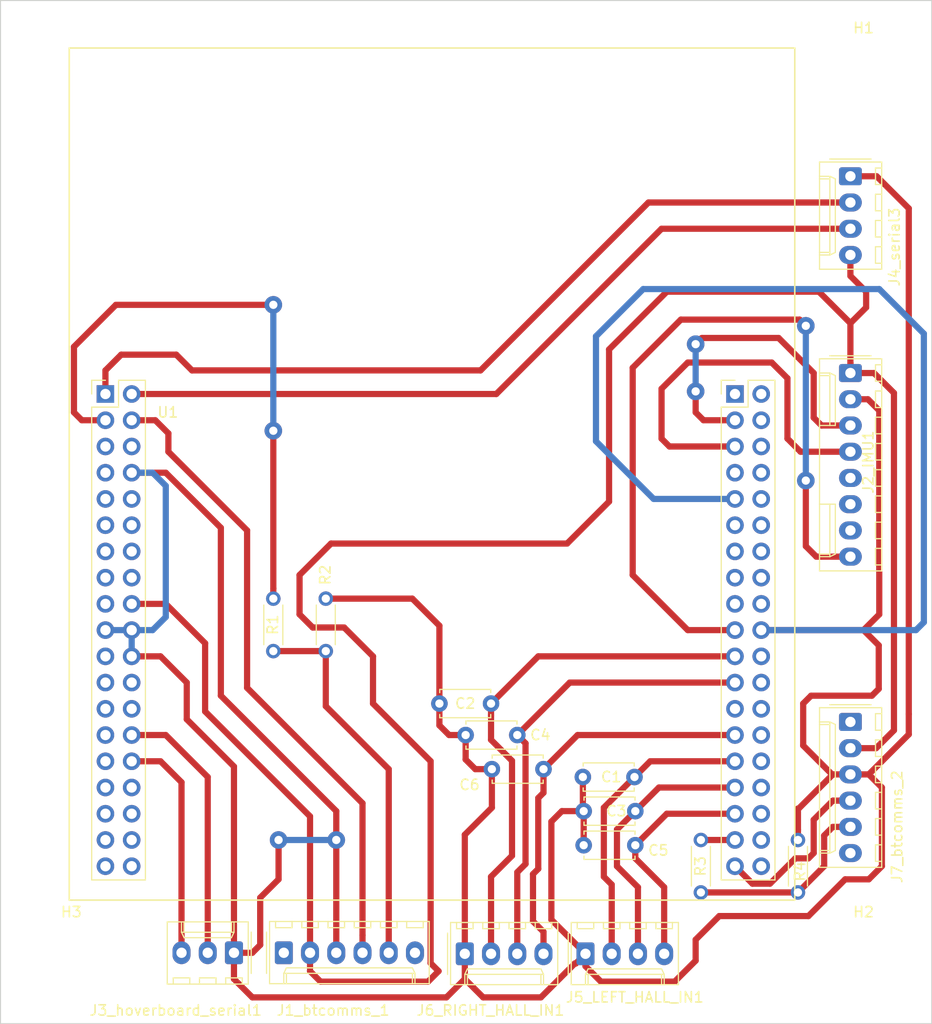
<source format=kicad_pcb>
(kicad_pcb (version 20171130) (host pcbnew "(5.0.2)-1")

  (general
    (thickness 1.6)
    (drawings 4)
    (tracks 263)
    (zones 0)
    (modules 21)
    (nets 65)
  )

  (page A4)
  (layers
    (0 F.Cu signal)
    (31 B.Cu jumper)
    (32 B.Adhes user)
    (33 F.Adhes user)
    (34 B.Paste user)
    (35 F.Paste user)
    (36 B.SilkS user)
    (37 F.SilkS user)
    (38 B.Mask user)
    (39 F.Mask user)
    (40 Dwgs.User user)
    (41 Cmts.User user)
    (42 Eco1.User user)
    (43 Eco2.User user)
    (44 Edge.Cuts user)
    (45 Margin user)
    (46 B.CrtYd user)
    (47 F.CrtYd user)
    (48 B.Fab user)
    (49 F.Fab user hide)
  )

  (setup
    (last_trace_width 0.6)
    (user_trace_width 0.2)
    (trace_clearance 0.25)
    (zone_clearance 0.508)
    (zone_45_only no)
    (trace_min 0.6)
    (segment_width 0.2)
    (edge_width 0.1)
    (via_size 1.7)
    (via_drill 0.8)
    (via_min_size 0.8)
    (via_min_drill 0.3)
    (uvia_size 0.3)
    (uvia_drill 0.1)
    (uvias_allowed no)
    (uvia_min_size 0.2)
    (uvia_min_drill 0.1)
    (pcb_text_width 0.3)
    (pcb_text_size 1.5 1.5)
    (mod_edge_width 0.15)
    (mod_text_size 1 1)
    (mod_text_width 0.15)
    (pad_size 1.5 1.5)
    (pad_drill 0.6)
    (pad_to_mask_clearance 0)
    (solder_mask_min_width 0.25)
    (aux_axis_origin 0 0)
    (visible_elements 7FFFFFFF)
    (pcbplotparams
      (layerselection 0x00000_7fffffff)
      (usegerberextensions false)
      (usegerberattributes false)
      (usegerberadvancedattributes false)
      (creategerberjobfile false)
      (excludeedgelayer true)
      (linewidth 0.100000)
      (plotframeref false)
      (viasonmask false)
      (mode 1)
      (useauxorigin false)
      (hpglpennumber 1)
      (hpglpenspeed 20)
      (hpglpendiameter 15.000000)
      (psnegative false)
      (psa4output false)
      (plotreference true)
      (plotvalue true)
      (plotinvisibletext false)
      (padsonsilk false)
      (subtractmaskfromsilk false)
      (outputformat 1)
      (mirror false)
      (drillshape 0)
      (scaleselection 1)
      (outputdirectory "gerber/"))
  )

  (net 0 "")
  (net 1 R_hall_C_LPF)
  (net 2 GND)
  (net 3 R_hall_B_LPF)
  (net 4 R_hall_A_LPF)
  (net 5 L_hall_C_LPF)
  (net 6 L_hall_B_LPF)
  (net 7 L_hall_A_LPF)
  (net 8 +5V)
  (net 9 hoverboard_serial_Rx)
  (net 10 hoverboard_serial_Tx)
  (net 11 IMU_SCL)
  (net 12 IMU_SDA)
  (net 13 IMU_INT)
  (net 14 serial3_Rx)
  (net 15 serial3_Tx)
  (net 16 bluetooth_serial_1_Tx)
  (net 17 "Net-(J1_btcomms_1-Pad5)")
  (net 18 "Net-(J7_btcomms_2-Pad5)")
  (net 19 bluetooth_serial_2_Tx)
  (net 20 bluetooth_serial_1_Rx)
  (net 21 bluetooth_serial_2_Rx)
  (net 22 "Net-(J1_btcomms_1-Pad1)")
  (net 23 "Net-(J1_btcomms_1-Pad6)")
  (net 24 "Net-(J2_IMU1-Pad5)")
  (net 25 "Net-(J2_IMU1-Pad6)")
  (net 26 "Net-(J2_IMU1-Pad7)")
  (net 27 "Net-(J7_btcomms_2-Pad6)")
  (net 28 "Net-(J7_btcomms_2-Pad1)")
  (net 29 "Net-(U1-PadPC0)")
  (net 30 "Net-(U1-PadPC3)")
  (net 31 "Net-(U1-PadPC1)")
  (net 32 "Net-(U1-PadPC2)")
  (net 33 "Net-(U1-PadPB0)")
  (net 34 "Net-(U1-PadVBAT)")
  (net 35 "Net-(U1-PadPA4)")
  (net 36 "Net-(U1-PadPH1)")
  (net 37 "Net-(U1-PadPH0)")
  (net 38 "Net-(U1-PadPC15)")
  (net 39 "Net-(U1-PadPC14)")
  (net 40 "Net-(U1-PadPC13)")
  (net 41 "Net-(U1-PadPB7)")
  (net 42 "Net-(U1-PadPA15)")
  (net 43 "Net-(U1-PadPA14)")
  (net 44 "Net-(U1-PadPA13)")
  (net 45 "Net-(U1-PadBOOT0)")
  (net 46 "Net-(U1-PadVDD)")
  (net 47 "Net-(U1-PadPA5)")
  (net 48 "Net-(U1-PadPC9)")
  (net 49 "Net-(U1-PadPA11)")
  (net 50 "Net-(U1-PadPA6)")
  (net 51 "Net-(U1-PadPC6)")
  (net 52 "Net-(U1-PadPC5)")
  (net 53 "Net-(U1-PadPA12)")
  (net 54 "Net-(U1-PadPC8)")
  (net 55 "Net-(U1-PadPB10)")
  (net 56 "Net-(U1-PadPB6)")
  (net 57 "Net-(U1-PadPA7)")
  (net 58 "Net-(U1-PadPB12)")
  (net 59 "Net-(U1-PadPB13)")
  (net 60 "Net-(U1-PadPB15)")
  (net 61 "Net-(U1-PadPB14)")
  (net 62 "Net-(U1-PadPB2)")
  (net 63 "Net-(U1-PadPC4)")
  (net 64 "Net-(U1-PadPB1)")

  (net_class Default "This is the default net class."
    (clearance 0.25)
    (trace_width 0.6)
    (via_dia 1.7)
    (via_drill 0.8)
    (uvia_dia 0.3)
    (uvia_drill 0.1)
    (diff_pair_gap 0.25)
    (diff_pair_width 0.6)
    (add_net +5V)
    (add_net GND)
    (add_net IMU_INT)
    (add_net IMU_SCL)
    (add_net IMU_SDA)
    (add_net L_hall_A_LPF)
    (add_net L_hall_B_LPF)
    (add_net L_hall_C_LPF)
    (add_net "Net-(J1_btcomms_1-Pad1)")
    (add_net "Net-(J1_btcomms_1-Pad5)")
    (add_net "Net-(J1_btcomms_1-Pad6)")
    (add_net "Net-(J2_IMU1-Pad5)")
    (add_net "Net-(J2_IMU1-Pad6)")
    (add_net "Net-(J2_IMU1-Pad7)")
    (add_net "Net-(J7_btcomms_2-Pad1)")
    (add_net "Net-(J7_btcomms_2-Pad5)")
    (add_net "Net-(J7_btcomms_2-Pad6)")
    (add_net "Net-(U1-PadBOOT0)")
    (add_net "Net-(U1-PadPA11)")
    (add_net "Net-(U1-PadPA12)")
    (add_net "Net-(U1-PadPA13)")
    (add_net "Net-(U1-PadPA14)")
    (add_net "Net-(U1-PadPA15)")
    (add_net "Net-(U1-PadPA4)")
    (add_net "Net-(U1-PadPA5)")
    (add_net "Net-(U1-PadPA6)")
    (add_net "Net-(U1-PadPA7)")
    (add_net "Net-(U1-PadPB0)")
    (add_net "Net-(U1-PadPB1)")
    (add_net "Net-(U1-PadPB10)")
    (add_net "Net-(U1-PadPB12)")
    (add_net "Net-(U1-PadPB13)")
    (add_net "Net-(U1-PadPB14)")
    (add_net "Net-(U1-PadPB15)")
    (add_net "Net-(U1-PadPB2)")
    (add_net "Net-(U1-PadPB6)")
    (add_net "Net-(U1-PadPB7)")
    (add_net "Net-(U1-PadPC0)")
    (add_net "Net-(U1-PadPC1)")
    (add_net "Net-(U1-PadPC13)")
    (add_net "Net-(U1-PadPC14)")
    (add_net "Net-(U1-PadPC15)")
    (add_net "Net-(U1-PadPC2)")
    (add_net "Net-(U1-PadPC3)")
    (add_net "Net-(U1-PadPC4)")
    (add_net "Net-(U1-PadPC5)")
    (add_net "Net-(U1-PadPC6)")
    (add_net "Net-(U1-PadPC8)")
    (add_net "Net-(U1-PadPC9)")
    (add_net "Net-(U1-PadPH0)")
    (add_net "Net-(U1-PadPH1)")
    (add_net "Net-(U1-PadVBAT)")
    (add_net "Net-(U1-PadVDD)")
    (add_net R_hall_A_LPF)
    (add_net R_hall_B_LPF)
    (add_net R_hall_C_LPF)
    (add_net bluetooth_serial_1_Rx)
    (add_net bluetooth_serial_1_Tx)
    (add_net bluetooth_serial_2_Rx)
    (add_net bluetooth_serial_2_Tx)
    (add_net hoverboard_serial_Rx)
    (add_net hoverboard_serial_Tx)
    (add_net serial3_Rx)
    (add_net serial3_Tx)
  )

  (module kicad_footprints:NUCLEO_F446RE (layer F.Cu) (tedit 5D8E7CA4) (tstamp 5D5D29FC)
    (at 112.574693 85.09888)
    (descr "Through hole straight pin header, 2x19, 2.54mm pitch, double rows")
    (tags "Through hole pin header THT 2x19 2.54mm double row")
    (path /5D5DB87A)
    (fp_text reference U1 (at 6.043307 1.76912) (layer F.SilkS)
      (effects (font (size 1 1) (thickness 0.15)))
    )
    (fp_text value STM32F446RETx (at 1.27 48.05) (layer F.Fab)
      (effects (font (size 1 1) (thickness 0.15)))
    )
    (fp_text user %R (at 1.27 22.86 90) (layer F.Fab)
      (effects (font (size 1 1) (thickness 0.15)))
    )
    (fp_line (start 4.35 -1.8) (end -1.8 -1.8) (layer F.CrtYd) (width 0.05))
    (fp_line (start 4.35 47.5) (end 4.35 -1.8) (layer F.CrtYd) (width 0.05))
    (fp_line (start -1.8 47.5) (end 4.35 47.5) (layer F.CrtYd) (width 0.05))
    (fp_line (start -1.8 -1.8) (end -1.8 47.5) (layer F.CrtYd) (width 0.05))
    (fp_line (start -1.33 -1.33) (end 0 -1.33) (layer F.SilkS) (width 0.12))
    (fp_line (start -1.33 0) (end -1.33 -1.33) (layer F.SilkS) (width 0.12))
    (fp_line (start 1.27 -1.33) (end 3.87 -1.33) (layer F.SilkS) (width 0.12))
    (fp_line (start 1.27 1.27) (end 1.27 -1.33) (layer F.SilkS) (width 0.12))
    (fp_line (start -1.33 1.27) (end 1.27 1.27) (layer F.SilkS) (width 0.12))
    (fp_line (start 3.87 -1.33) (end 3.87 47.05) (layer F.SilkS) (width 0.12))
    (fp_line (start -1.33 1.27) (end -1.33 47.05) (layer F.SilkS) (width 0.12))
    (fp_line (start -1.33 47.05) (end 3.87 47.05) (layer F.SilkS) (width 0.12))
    (fp_line (start -1.27 0) (end 0 -1.27) (layer F.Fab) (width 0.1))
    (fp_line (start -1.27 46.99) (end -1.27 0) (layer F.Fab) (width 0.1))
    (fp_line (start 3.81 46.99) (end -1.27 46.99) (layer F.Fab) (width 0.1))
    (fp_line (start 3.81 -1.27) (end 3.81 46.99) (layer F.Fab) (width 0.1))
    (fp_line (start 0 -1.27) (end 3.81 -1.27) (layer F.Fab) (width 0.1))
    (fp_text user %R (at 62.23 22.86 90) (layer F.Fab)
      (effects (font (size 1 1) (thickness 0.15)))
    )
    (fp_line (start 65.31 -1.8) (end 59.16 -1.8) (layer F.CrtYd) (width 0.05))
    (fp_line (start 59.16 47.5) (end 65.31 47.5) (layer F.CrtYd) (width 0.05))
    (fp_line (start 59.63 -1.33) (end 60.96 -1.33) (layer F.SilkS) (width 0.12))
    (fp_line (start 64.83 -1.33) (end 64.83 47.05) (layer F.SilkS) (width 0.12))
    (fp_line (start 59.63 0) (end 59.63 -1.33) (layer F.SilkS) (width 0.12))
    (fp_line (start 62.23 1.27) (end 62.23 -1.33) (layer F.SilkS) (width 0.12))
    (fp_line (start 59.63 1.27) (end 62.23 1.27) (layer F.SilkS) (width 0.12))
    (fp_line (start 59.63 1.27) (end 59.63 47.05) (layer F.SilkS) (width 0.12))
    (fp_line (start 59.69 0) (end 60.96 -1.27) (layer F.Fab) (width 0.1))
    (fp_line (start 59.69 46.99) (end 59.69 0) (layer F.Fab) (width 0.1))
    (fp_line (start 59.16 -1.8) (end 59.16 47.5) (layer F.CrtYd) (width 0.05))
    (fp_line (start 64.77 46.99) (end 59.69 46.99) (layer F.Fab) (width 0.1))
    (fp_line (start 65.31 47.5) (end 65.31 -1.8) (layer F.CrtYd) (width 0.05))
    (fp_line (start 62.23 -1.33) (end 64.83 -1.33) (layer F.SilkS) (width 0.12))
    (fp_line (start 64.77 -1.27) (end 64.77 46.99) (layer F.Fab) (width 0.1))
    (fp_line (start 60.96 -1.27) (end 64.77 -1.27) (layer F.Fab) (width 0.1))
    (fp_line (start 59.63 47.05) (end 64.83 47.05) (layer F.SilkS) (width 0.12))
    (fp_line (start -3.25 49) (end 66.75 49) (layer F.SilkS) (width 0.15))
    (fp_line (start 66.75 49) (end 66.75 -33.5) (layer F.SilkS) (width 0.15))
    (fp_line (start 66.75 -33.5) (end -3.5 -33.5) (layer F.SilkS) (width 0.15))
    (fp_line (start -3.5 -33.5) (end -3.5 49) (layer F.SilkS) (width 0.15))
    (fp_line (start -3.5 49) (end -3.25 49) (layer F.SilkS) (width 0.15))
    (pad PC0 thru_hole oval (at 2.54 45.72) (size 1.7 1.7) (drill 1) (layers *.Cu *.Mask)
      (net 29 "Net-(U1-PadPC0)"))
    (pad PC3 thru_hole oval (at 0 45.72) (size 1.7 1.7) (drill 1) (layers *.Cu *.Mask)
      (net 30 "Net-(U1-PadPC3)"))
    (pad PC1 thru_hole oval (at 2.54 43.18) (size 1.7 1.7) (drill 1) (layers *.Cu *.Mask)
      (net 31 "Net-(U1-PadPC1)"))
    (pad PC2 thru_hole oval (at 0 43.18) (size 1.7 1.7) (drill 1) (layers *.Cu *.Mask)
      (net 32 "Net-(U1-PadPC2)"))
    (pad PB0 thru_hole oval (at 2.54 40.64) (size 1.7 1.7) (drill 1) (layers *.Cu *.Mask)
      (net 33 "Net-(U1-PadPB0)"))
    (pad VBAT thru_hole oval (at 0 40.64) (size 1.7 1.7) (drill 1) (layers *.Cu *.Mask)
      (net 34 "Net-(U1-PadVBAT)"))
    (pad PA4 thru_hole oval (at 2.54 38.1) (size 1.7 1.7) (drill 1) (layers *.Cu *.Mask)
      (net 35 "Net-(U1-PadPA4)"))
    (pad PH1 thru_hole oval (at 0 38.1) (size 1.7 1.7) (drill 1) (layers *.Cu *.Mask)
      (net 36 "Net-(U1-PadPH1)"))
    (pad PA1 thru_hole oval (at 2.54 35.56) (size 1.7 1.7) (drill 1) (layers *.Cu *.Mask)
      (net 10 hoverboard_serial_Tx))
    (pad PH0 thru_hole oval (at 0 35.56) (size 1.7 1.7) (drill 1) (layers *.Cu *.Mask)
      (net 37 "Net-(U1-PadPH0)"))
    (pad PA0 thru_hole oval (at 2.54 33.02) (size 1.7 1.7) (drill 1) (layers *.Cu *.Mask)
      (net 9 hoverboard_serial_Rx))
    (pad PC15 thru_hole oval (at 0 33.02) (size 1.7 1.7) (drill 1) (layers *.Cu *.Mask)
      (net 38 "Net-(U1-PadPC15)"))
    (pad NC thru_hole oval (at 2.54 30.48) (size 1.7 1.7) (drill 1) (layers *.Cu *.Mask))
    (pad PC14 thru_hole oval (at 0 30.48) (size 1.7 1.7) (drill 1) (layers *.Cu *.Mask)
      (net 39 "Net-(U1-PadPC14)"))
    (pad VIN thru_hole oval (at 2.54 27.94) (size 1.7 1.7) (drill 1) (layers *.Cu *.Mask))
    (pad PC13 thru_hole oval (at 0 27.94) (size 1.7 1.7) (drill 1) (layers *.Cu *.Mask)
      (net 40 "Net-(U1-PadPC13)"))
    (pad GND thru_hole oval (at 2.54 25.4) (size 1.7 1.7) (drill 1) (layers *.Cu *.Mask)
      (net 2 GND))
    (pad PB7 thru_hole oval (at 0 25.4) (size 1.7 1.7) (drill 1) (layers *.Cu *.Mask)
      (net 41 "Net-(U1-PadPB7)"))
    (pad GND thru_hole oval (at 2.54 22.86) (size 1.7 1.7) (drill 1) (layers *.Cu *.Mask)
      (net 2 GND))
    (pad GND thru_hole oval (at 0 22.86) (size 1.7 1.7) (drill 1) (layers *.Cu *.Mask)
      (net 2 GND))
    (pad 5V thru_hole oval (at 2.54 20.32) (size 1.7 1.7) (drill 1) (layers *.Cu *.Mask)
      (net 8 +5V))
    (pad PA15 thru_hole oval (at 0 20.32) (size 1.7 1.7) (drill 1) (layers *.Cu *.Mask)
      (net 42 "Net-(U1-PadPA15)"))
    (pad 3V3 thru_hole oval (at 2.54 17.78) (size 1.7 1.7) (drill 1) (layers *.Cu *.Mask))
    (pad PA14 thru_hole oval (at 0 17.78) (size 1.7 1.7) (drill 1) (layers *.Cu *.Mask)
      (net 43 "Net-(U1-PadPA14)"))
    (pad RESET thru_hole oval (at 2.54 15.24) (size 1.7 1.7) (drill 1) (layers *.Cu *.Mask))
    (pad PA13 thru_hole oval (at 0 15.24) (size 1.7 1.7) (drill 1) (layers *.Cu *.Mask)
      (net 44 "Net-(U1-PadPA13)"))
    (pad IOREF thru_hole oval (at 2.54 12.7) (size 1.7 1.7) (drill 1) (layers *.Cu *.Mask))
    (pad NC thru_hole oval (at 0 12.7) (size 1.7 1.7) (drill 1) (layers *.Cu *.Mask))
    (pad NC thru_hole oval (at 2.54 10.16) (size 1.7 1.7) (drill 1) (layers *.Cu *.Mask))
    (pad NC thru_hole oval (at 0 10.16) (size 1.7 1.7) (drill 1) (layers *.Cu *.Mask))
    (pad GND thru_hole oval (at 2.54 7.62) (size 1.7 1.7) (drill 1) (layers *.Cu *.Mask)
      (net 2 GND))
    (pad BOOT0 thru_hole oval (at 0 7.62) (size 1.7 1.7) (drill 1) (layers *.Cu *.Mask)
      (net 45 "Net-(U1-PadBOOT0)"))
    (pad E5V thru_hole oval (at 2.54 5.08) (size 1.7 1.7) (drill 1) (layers *.Cu *.Mask))
    (pad VDD thru_hole oval (at 0 5.08) (size 1.7 1.7) (drill 1) (layers *.Cu *.Mask)
      (net 46 "Net-(U1-PadVDD)"))
    (pad PD2 thru_hole oval (at 2.54 2.54) (size 1.7 1.7) (drill 1) (layers *.Cu *.Mask)
      (net 16 bluetooth_serial_1_Tx))
    (pad PC12 thru_hole oval (at 0 2.54) (size 1.7 1.7) (drill 1) (layers *.Cu *.Mask)
      (net 20 bluetooth_serial_1_Rx))
    (pad PC11 thru_hole oval (at 2.54 0) (size 1.7 1.7) (drill 1) (layers *.Cu *.Mask)
      (net 15 serial3_Tx))
    (pad PC10 thru_hole rect (at 0 0) (size 1.7 1.7) (drill 1) (layers *.Cu *.Mask)
      (net 14 serial3_Rx))
    (pad PA5 thru_hole oval (at 60.96 12.7) (size 1.7 1.7) (drill 1) (layers *.Cu *.Mask)
      (net 47 "Net-(U1-PadPA5)"))
    (pad PC9 thru_hole rect (at 60.96 0) (size 1.7 1.7) (drill 1) (layers *.Cu *.Mask)
      (net 48 "Net-(U1-PadPC9)"))
    (pad PA11 thru_hole oval (at 63.5 15.24) (size 1.7 1.7) (drill 1) (layers *.Cu *.Mask)
      (net 49 "Net-(U1-PadPA11)"))
    (pad PA6 thru_hole oval (at 60.96 15.24) (size 1.7 1.7) (drill 1) (layers *.Cu *.Mask)
      (net 50 "Net-(U1-PadPA6)"))
    (pad GND thru_hole oval (at 60.96 10.16) (size 1.7 1.7) (drill 1) (layers *.Cu *.Mask)
      (net 2 GND))
    (pad AVDD thru_hole oval (at 60.96 7.62) (size 1.7 1.7) (drill 1) (layers *.Cu *.Mask))
    (pad PC6 thru_hole oval (at 63.5 2.54) (size 1.7 1.7) (drill 1) (layers *.Cu *.Mask)
      (net 51 "Net-(U1-PadPC6)"))
    (pad NC thru_hole oval (at 63.5 10.16) (size 1.7 1.7) (drill 1) (layers *.Cu *.Mask))
    (pad PC5 thru_hole oval (at 63.5 5.08) (size 1.7 1.7) (drill 1) (layers *.Cu *.Mask)
      (net 52 "Net-(U1-PadPC5)"))
    (pad PA12 thru_hole oval (at 63.5 12.7) (size 1.7 1.7) (drill 1) (layers *.Cu *.Mask)
      (net 53 "Net-(U1-PadPA12)"))
    (pad U5V thru_hole oval (at 63.5 7.62) (size 1.7 1.7) (drill 1) (layers *.Cu *.Mask))
    (pad PB9 thru_hole oval (at 60.96 5.08) (size 1.7 1.7) (drill 1) (layers *.Cu *.Mask)
      (net 12 IMU_SDA))
    (pad PB8 thru_hole oval (at 60.96 2.54) (size 1.7 1.7) (drill 1) (layers *.Cu *.Mask)
      (net 11 IMU_SCL))
    (pad PC8 thru_hole oval (at 63.5 0) (size 1.7 1.7) (drill 1) (layers *.Cu *.Mask)
      (net 54 "Net-(U1-PadPC8)"))
    (pad PB5 thru_hole oval (at 60.96 35.56) (size 1.7 1.7) (drill 1) (layers *.Cu *.Mask)
      (net 5 L_hall_C_LPF))
    (pad AGND thru_hole oval (at 63.5 38.1) (size 1.7 1.7) (drill 1) (layers *.Cu *.Mask))
    (pad NC thru_hole oval (at 63.5 43.18) (size 1.7 1.7) (drill 1) (layers *.Cu *.Mask))
    (pad PB3 thru_hole oval (at 60.96 38.1) (size 1.7 1.7) (drill 1) (layers *.Cu *.Mask)
      (net 6 L_hall_B_LPF))
    (pad PB10 thru_hole oval (at 60.96 30.48) (size 1.7 1.7) (drill 1) (layers *.Cu *.Mask)
      (net 55 "Net-(U1-PadPB10)"))
    (pad GND thru_hole oval (at 63.5 22.86) (size 1.7 1.7) (drill 1) (layers *.Cu *.Mask)
      (net 2 GND))
    (pad PB6 thru_hole oval (at 60.96 20.32) (size 1.7 1.7) (drill 1) (layers *.Cu *.Mask)
      (net 56 "Net-(U1-PadPB6)"))
    (pad PA8 thru_hole oval (at 60.96 27.94) (size 1.7 1.7) (drill 1) (layers *.Cu *.Mask)
      (net 3 R_hall_B_LPF))
    (pad PA7 thru_hole oval (at 60.96 17.78) (size 1.7 1.7) (drill 1) (layers *.Cu *.Mask)
      (net 57 "Net-(U1-PadPA7)"))
    (pad PA10 thru_hole oval (at 60.96 40.64) (size 1.7 1.7) (drill 1) (layers *.Cu *.Mask)
      (net 7 L_hall_A_LPF))
    (pad PB12 thru_hole oval (at 63.5 17.78) (size 1.7 1.7) (drill 1) (layers *.Cu *.Mask)
      (net 58 "Net-(U1-PadPB12)"))
    (pad PB13 thru_hole oval (at 63.5 35.56) (size 1.7 1.7) (drill 1) (layers *.Cu *.Mask)
      (net 59 "Net-(U1-PadPB13)"))
    (pad NC thru_hole oval (at 63.5 45.72) (size 1.7 1.7) (drill 1) (layers *.Cu *.Mask))
    (pad PB4 thru_hole oval (at 60.96 33.02) (size 1.7 1.7) (drill 1) (layers *.Cu *.Mask)
      (net 4 R_hall_A_LPF))
    (pad PA3 thru_hole oval (at 60.96 45.72) (size 1.7 1.7) (drill 1) (layers *.Cu *.Mask)
      (net 19 bluetooth_serial_2_Tx))
    (pad PB15 thru_hole oval (at 63.5 30.48) (size 1.7 1.7) (drill 1) (layers *.Cu *.Mask)
      (net 60 "Net-(U1-PadPB15)"))
    (pad PB14 thru_hole oval (at 63.5 33.02) (size 1.7 1.7) (drill 1) (layers *.Cu *.Mask)
      (net 61 "Net-(U1-PadPB14)"))
    (pad PB2 thru_hole oval (at 63.5 25.4) (size 1.7 1.7) (drill 1) (layers *.Cu *.Mask)
      (net 62 "Net-(U1-PadPB2)"))
    (pad PC4 thru_hole oval (at 63.5 40.64) (size 1.7 1.7) (drill 1) (layers *.Cu *.Mask)
      (net 63 "Net-(U1-PadPC4)"))
    (pad PA2 thru_hole oval (at 60.96 43.18) (size 1.7 1.7) (drill 1) (layers *.Cu *.Mask)
      (net 21 bluetooth_serial_2_Rx))
    (pad PA9 thru_hole oval (at 60.96 25.4) (size 1.7 1.7) (drill 1) (layers *.Cu *.Mask)
      (net 1 R_hall_C_LPF))
    (pad PC7 thru_hole oval (at 60.96 22.86) (size 1.7 1.7) (drill 1) (layers *.Cu *.Mask)
      (net 13 IMU_INT))
    (pad PB1 thru_hole oval (at 63.5 27.94) (size 1.7 1.7) (drill 1) (layers *.Cu *.Mask)
      (net 64 "Net-(U1-PadPB1)"))
    (pad NC thru_hole oval (at 63.5 20.32) (size 1.7 1.7) (drill 1) (layers *.Cu *.Mask))
    (model ${KISYS3DMOD}/Connector_PinHeader_2.54mm.3dshapes/PinHeader_2x19_P2.54mm_Vertical.wrl
      (at (xyz 0 0 0))
      (scale (xyz 1 1 1))
      (rotate (xyz 0 0 0))
    )
  )

  (module Capacitor_THT:C_Disc_D4.7mm_W2.5mm_P5.00mm (layer F.Cu) (tedit 5AE50EF0) (tstamp 5D85DDA2)
    (at 154.992693 121.42088 180)
    (descr "C, Disc series, Radial, pin pitch=5.00mm, , diameter*width=4.7*2.5mm^2, Capacitor, http://www.vishay.com/docs/45233/krseries.pdf")
    (tags "C Disc series Radial pin pitch 5.00mm  diameter 4.7mm width 2.5mm Capacitor")
    (path /5D5DBC6E)
    (fp_text reference C6 (at 7.164693 -1.51512 180) (layer F.SilkS)
      (effects (font (size 1 1) (thickness 0.15)))
    )
    (fp_text value 5nF (at 2.5 2.5 180) (layer F.Fab)
      (effects (font (size 1 1) (thickness 0.15)))
    )
    (fp_text user %R (at 2.5 0 180) (layer F.Fab)
      (effects (font (size 0.94 0.94) (thickness 0.141)))
    )
    (fp_line (start 6.05 -1.5) (end -1.05 -1.5) (layer F.CrtYd) (width 0.05))
    (fp_line (start 6.05 1.5) (end 6.05 -1.5) (layer F.CrtYd) (width 0.05))
    (fp_line (start -1.05 1.5) (end 6.05 1.5) (layer F.CrtYd) (width 0.05))
    (fp_line (start -1.05 -1.5) (end -1.05 1.5) (layer F.CrtYd) (width 0.05))
    (fp_line (start 4.97 1.055) (end 4.97 1.37) (layer F.SilkS) (width 0.12))
    (fp_line (start 4.97 -1.37) (end 4.97 -1.055) (layer F.SilkS) (width 0.12))
    (fp_line (start 0.03 1.055) (end 0.03 1.37) (layer F.SilkS) (width 0.12))
    (fp_line (start 0.03 -1.37) (end 0.03 -1.055) (layer F.SilkS) (width 0.12))
    (fp_line (start 0.03 1.37) (end 4.97 1.37) (layer F.SilkS) (width 0.12))
    (fp_line (start 0.03 -1.37) (end 4.97 -1.37) (layer F.SilkS) (width 0.12))
    (fp_line (start 4.85 -1.25) (end 0.15 -1.25) (layer F.Fab) (width 0.1))
    (fp_line (start 4.85 1.25) (end 4.85 -1.25) (layer F.Fab) (width 0.1))
    (fp_line (start 0.15 1.25) (end 4.85 1.25) (layer F.Fab) (width 0.1))
    (fp_line (start 0.15 -1.25) (end 0.15 1.25) (layer F.Fab) (width 0.1))
    (pad 2 thru_hole circle (at 5 0 180) (size 1.6 1.6) (drill 0.8) (layers *.Cu *.Mask)
      (net 2 GND))
    (pad 1 thru_hole circle (at 0 0 180) (size 1.6 1.6) (drill 0.8) (layers *.Cu *.Mask)
      (net 4 R_hall_A_LPF))
    (model ${KISYS3DMOD}/Capacitor_THT.3dshapes/C_Disc_D4.7mm_W2.5mm_P5.00mm.wrl
      (at (xyz 0 0 0))
      (scale (xyz 1 1 1))
      (rotate (xyz 0 0 0))
    )
  )

  (module Capacitor_THT:C_Disc_D4.7mm_W2.5mm_P5.00mm (layer F.Cu) (tedit 5D860947) (tstamp 5D85DD39)
    (at 163.802693 122.18288 180)
    (descr "C, Disc series, Radial, pin pitch=5.00mm, , diameter*width=4.7*2.5mm^2, Capacitor, http://www.vishay.com/docs/45233/krseries.pdf")
    (tags "C Disc series Radial pin pitch 5.00mm  diameter 4.7mm width 2.5mm Capacitor")
    (path /5D5DBC9E)
    (fp_text reference C1 (at 2.258693 0.00888 180) (layer F.SilkS)
      (effects (font (size 1 1) (thickness 0.15)))
    )
    (fp_text value 5nF (at 2.5 2.5 180) (layer F.Fab)
      (effects (font (size 1 1) (thickness 0.15)))
    )
    (fp_line (start 0.15 -1.25) (end 0.15 1.25) (layer F.Fab) (width 0.1))
    (fp_line (start 0.15 1.25) (end 4.85 1.25) (layer F.Fab) (width 0.1))
    (fp_line (start 4.85 1.25) (end 4.85 -1.25) (layer F.Fab) (width 0.1))
    (fp_line (start 4.85 -1.25) (end 0.15 -1.25) (layer F.Fab) (width 0.1))
    (fp_line (start 0.03 -1.37) (end 4.97 -1.37) (layer F.SilkS) (width 0.12))
    (fp_line (start 0.03 1.37) (end 4.97 1.37) (layer F.SilkS) (width 0.12))
    (fp_line (start 0.03 -1.37) (end 0.03 -1.055) (layer F.SilkS) (width 0.12))
    (fp_line (start 0.03 1.055) (end 0.03 1.37) (layer F.SilkS) (width 0.12))
    (fp_line (start 4.97 -1.37) (end 4.97 -1.055) (layer F.SilkS) (width 0.12))
    (fp_line (start 4.97 1.055) (end 4.97 1.37) (layer F.SilkS) (width 0.12))
    (fp_line (start -1.05 -1.5) (end -1.05 1.5) (layer F.CrtYd) (width 0.05))
    (fp_line (start -1.05 1.5) (end 6.05 1.5) (layer F.CrtYd) (width 0.05))
    (fp_line (start 6.05 1.5) (end 6.05 -1.5) (layer F.CrtYd) (width 0.05))
    (fp_line (start 6.05 -1.5) (end -1.05 -1.5) (layer F.CrtYd) (width 0.05))
    (fp_text user %R (at 2.5 0 180) (layer F.Fab)
      (effects (font (size 0.94 0.94) (thickness 0.141)))
    )
    (pad 1 thru_hole circle (at 0 0 180) (size 1.6 1.6) (drill 0.8) (layers *.Cu *.Mask)
      (net 5 L_hall_C_LPF))
    (pad 2 thru_hole circle (at 5 0 180) (size 1.6 1.6) (drill 0.8) (layers *.Cu *.Mask)
      (net 2 GND))
    (model ${KISYS3DMOD}/Capacitor_THT.3dshapes/C_Disc_D4.7mm_W2.5mm_P5.00mm.wrl
      (at (xyz 0 0 0))
      (scale (xyz 1 1 1))
      (rotate (xyz 0 0 0))
    )
  )

  (module Capacitor_THT:C_Disc_D4.7mm_W2.5mm_P5.00mm (layer F.Cu) (tedit 5AE50EF0) (tstamp 5D85DD4E)
    (at 149.912693 115.07088 180)
    (descr "C, Disc series, Radial, pin pitch=5.00mm, , diameter*width=4.7*2.5mm^2, Capacitor, http://www.vishay.com/docs/45233/krseries.pdf")
    (tags "C Disc series Radial pin pitch 5.00mm  diameter 4.7mm width 2.5mm Capacitor")
    (path /5D5DA536)
    (fp_text reference C2 (at 2.5 0.00888 180) (layer F.SilkS)
      (effects (font (size 1 1) (thickness 0.15)))
    )
    (fp_text value 5nF (at 2.5 2.5 180) (layer F.Fab)
      (effects (font (size 1 1) (thickness 0.15)))
    )
    (fp_text user %R (at 2.5 0 180) (layer F.Fab)
      (effects (font (size 0.94 0.94) (thickness 0.141)))
    )
    (fp_line (start 6.05 -1.5) (end -1.05 -1.5) (layer F.CrtYd) (width 0.05))
    (fp_line (start 6.05 1.5) (end 6.05 -1.5) (layer F.CrtYd) (width 0.05))
    (fp_line (start -1.05 1.5) (end 6.05 1.5) (layer F.CrtYd) (width 0.05))
    (fp_line (start -1.05 -1.5) (end -1.05 1.5) (layer F.CrtYd) (width 0.05))
    (fp_line (start 4.97 1.055) (end 4.97 1.37) (layer F.SilkS) (width 0.12))
    (fp_line (start 4.97 -1.37) (end 4.97 -1.055) (layer F.SilkS) (width 0.12))
    (fp_line (start 0.03 1.055) (end 0.03 1.37) (layer F.SilkS) (width 0.12))
    (fp_line (start 0.03 -1.37) (end 0.03 -1.055) (layer F.SilkS) (width 0.12))
    (fp_line (start 0.03 1.37) (end 4.97 1.37) (layer F.SilkS) (width 0.12))
    (fp_line (start 0.03 -1.37) (end 4.97 -1.37) (layer F.SilkS) (width 0.12))
    (fp_line (start 4.85 -1.25) (end 0.15 -1.25) (layer F.Fab) (width 0.1))
    (fp_line (start 4.85 1.25) (end 4.85 -1.25) (layer F.Fab) (width 0.1))
    (fp_line (start 0.15 1.25) (end 4.85 1.25) (layer F.Fab) (width 0.1))
    (fp_line (start 0.15 -1.25) (end 0.15 1.25) (layer F.Fab) (width 0.1))
    (pad 2 thru_hole circle (at 5 0 180) (size 1.6 1.6) (drill 0.8) (layers *.Cu *.Mask)
      (net 2 GND))
    (pad 1 thru_hole circle (at 0 0 180) (size 1.6 1.6) (drill 0.8) (layers *.Cu *.Mask)
      (net 1 R_hall_C_LPF))
    (model ${KISYS3DMOD}/Capacitor_THT.3dshapes/C_Disc_D4.7mm_W2.5mm_P5.00mm.wrl
      (at (xyz 0 0 0))
      (scale (xyz 1 1 1))
      (rotate (xyz 0 0 0))
    )
  )

  (module Capacitor_THT:C_Disc_D4.7mm_W2.5mm_P5.00mm (layer F.Cu) (tedit 5AE50EF0) (tstamp 5D85DD63)
    (at 163.882693 125.48488 180)
    (descr "C, Disc series, Radial, pin pitch=5.00mm, , diameter*width=4.7*2.5mm^2, Capacitor, http://www.vishay.com/docs/45233/krseries.pdf")
    (tags "C Disc series Radial pin pitch 5.00mm  diameter 4.7mm width 2.5mm Capacitor")
    (path /5D5DBCE2)
    (fp_text reference C3 (at 1.830693 0.00888 180) (layer F.SilkS)
      (effects (font (size 1 1) (thickness 0.15)))
    )
    (fp_text value 5nF (at 2.5 2.5 180) (layer F.Fab)
      (effects (font (size 1 1) (thickness 0.15)))
    )
    (fp_line (start 0.15 -1.25) (end 0.15 1.25) (layer F.Fab) (width 0.1))
    (fp_line (start 0.15 1.25) (end 4.85 1.25) (layer F.Fab) (width 0.1))
    (fp_line (start 4.85 1.25) (end 4.85 -1.25) (layer F.Fab) (width 0.1))
    (fp_line (start 4.85 -1.25) (end 0.15 -1.25) (layer F.Fab) (width 0.1))
    (fp_line (start 0.03 -1.37) (end 4.97 -1.37) (layer F.SilkS) (width 0.12))
    (fp_line (start 0.03 1.37) (end 4.97 1.37) (layer F.SilkS) (width 0.12))
    (fp_line (start 0.03 -1.37) (end 0.03 -1.055) (layer F.SilkS) (width 0.12))
    (fp_line (start 0.03 1.055) (end 0.03 1.37) (layer F.SilkS) (width 0.12))
    (fp_line (start 4.97 -1.37) (end 4.97 -1.055) (layer F.SilkS) (width 0.12))
    (fp_line (start 4.97 1.055) (end 4.97 1.37) (layer F.SilkS) (width 0.12))
    (fp_line (start -1.05 -1.5) (end -1.05 1.5) (layer F.CrtYd) (width 0.05))
    (fp_line (start -1.05 1.5) (end 6.05 1.5) (layer F.CrtYd) (width 0.05))
    (fp_line (start 6.05 1.5) (end 6.05 -1.5) (layer F.CrtYd) (width 0.05))
    (fp_line (start 6.05 -1.5) (end -1.05 -1.5) (layer F.CrtYd) (width 0.05))
    (fp_text user %R (at 2.5 0 180) (layer F.Fab)
      (effects (font (size 0.94 0.94) (thickness 0.141)))
    )
    (pad 1 thru_hole circle (at 0 0 180) (size 1.6 1.6) (drill 0.8) (layers *.Cu *.Mask)
      (net 6 L_hall_B_LPF))
    (pad 2 thru_hole circle (at 5 0 180) (size 1.6 1.6) (drill 0.8) (layers *.Cu *.Mask)
      (net 2 GND))
    (model ${KISYS3DMOD}/Capacitor_THT.3dshapes/C_Disc_D4.7mm_W2.5mm_P5.00mm.wrl
      (at (xyz 0 0 0))
      (scale (xyz 1 1 1))
      (rotate (xyz 0 0 0))
    )
  )

  (module Capacitor_THT:C_Disc_D4.7mm_W2.5mm_P5.00mm (layer F.Cu) (tedit 5AE50EF0) (tstamp 5D85DD78)
    (at 152.452693 118.11888 180)
    (descr "C, Disc series, Radial, pin pitch=5.00mm, , diameter*width=4.7*2.5mm^2, Capacitor, http://www.vishay.com/docs/45233/krseries.pdf")
    (tags "C Disc series Radial pin pitch 5.00mm  diameter 4.7mm width 2.5mm Capacitor")
    (path /5D5DBC42)
    (fp_text reference C4 (at -2.233307 0.00888 180) (layer F.SilkS)
      (effects (font (size 1 1) (thickness 0.15)))
    )
    (fp_text value 5nF (at 2.5 2.5 180) (layer F.Fab)
      (effects (font (size 1 1) (thickness 0.15)))
    )
    (fp_text user %R (at 2.5 0 180) (layer F.Fab)
      (effects (font (size 0.94 0.94) (thickness 0.141)))
    )
    (fp_line (start 6.05 -1.5) (end -1.05 -1.5) (layer F.CrtYd) (width 0.05))
    (fp_line (start 6.05 1.5) (end 6.05 -1.5) (layer F.CrtYd) (width 0.05))
    (fp_line (start -1.05 1.5) (end 6.05 1.5) (layer F.CrtYd) (width 0.05))
    (fp_line (start -1.05 -1.5) (end -1.05 1.5) (layer F.CrtYd) (width 0.05))
    (fp_line (start 4.97 1.055) (end 4.97 1.37) (layer F.SilkS) (width 0.12))
    (fp_line (start 4.97 -1.37) (end 4.97 -1.055) (layer F.SilkS) (width 0.12))
    (fp_line (start 0.03 1.055) (end 0.03 1.37) (layer F.SilkS) (width 0.12))
    (fp_line (start 0.03 -1.37) (end 0.03 -1.055) (layer F.SilkS) (width 0.12))
    (fp_line (start 0.03 1.37) (end 4.97 1.37) (layer F.SilkS) (width 0.12))
    (fp_line (start 0.03 -1.37) (end 4.97 -1.37) (layer F.SilkS) (width 0.12))
    (fp_line (start 4.85 -1.25) (end 0.15 -1.25) (layer F.Fab) (width 0.1))
    (fp_line (start 4.85 1.25) (end 4.85 -1.25) (layer F.Fab) (width 0.1))
    (fp_line (start 0.15 1.25) (end 4.85 1.25) (layer F.Fab) (width 0.1))
    (fp_line (start 0.15 -1.25) (end 0.15 1.25) (layer F.Fab) (width 0.1))
    (pad 2 thru_hole circle (at 5 0 180) (size 1.6 1.6) (drill 0.8) (layers *.Cu *.Mask)
      (net 2 GND))
    (pad 1 thru_hole circle (at 0 0 180) (size 1.6 1.6) (drill 0.8) (layers *.Cu *.Mask)
      (net 3 R_hall_B_LPF))
    (model ${KISYS3DMOD}/Capacitor_THT.3dshapes/C_Disc_D4.7mm_W2.5mm_P5.00mm.wrl
      (at (xyz 0 0 0))
      (scale (xyz 1 1 1))
      (rotate (xyz 0 0 0))
    )
  )

  (module Capacitor_THT:C_Disc_D4.7mm_W2.5mm_P5.00mm (layer F.Cu) (tedit 5AE50EF0) (tstamp 5D85DD8D)
    (at 163.882693 128.78688 180)
    (descr "C, Disc series, Radial, pin pitch=5.00mm, , diameter*width=4.7*2.5mm^2, Capacitor, http://www.vishay.com/docs/45233/krseries.pdf")
    (tags "C Disc series Radial pin pitch 5.00mm  diameter 4.7mm width 2.5mm Capacitor")
    (path /5D5DBD2A)
    (fp_text reference C5 (at -2.233307 -0.49912 180) (layer F.SilkS)
      (effects (font (size 1 1) (thickness 0.15)))
    )
    (fp_text value 5nF (at 2.5 2.5 180) (layer F.Fab)
      (effects (font (size 1 1) (thickness 0.15)))
    )
    (fp_line (start 0.15 -1.25) (end 0.15 1.25) (layer F.Fab) (width 0.1))
    (fp_line (start 0.15 1.25) (end 4.85 1.25) (layer F.Fab) (width 0.1))
    (fp_line (start 4.85 1.25) (end 4.85 -1.25) (layer F.Fab) (width 0.1))
    (fp_line (start 4.85 -1.25) (end 0.15 -1.25) (layer F.Fab) (width 0.1))
    (fp_line (start 0.03 -1.37) (end 4.97 -1.37) (layer F.SilkS) (width 0.12))
    (fp_line (start 0.03 1.37) (end 4.97 1.37) (layer F.SilkS) (width 0.12))
    (fp_line (start 0.03 -1.37) (end 0.03 -1.055) (layer F.SilkS) (width 0.12))
    (fp_line (start 0.03 1.055) (end 0.03 1.37) (layer F.SilkS) (width 0.12))
    (fp_line (start 4.97 -1.37) (end 4.97 -1.055) (layer F.SilkS) (width 0.12))
    (fp_line (start 4.97 1.055) (end 4.97 1.37) (layer F.SilkS) (width 0.12))
    (fp_line (start -1.05 -1.5) (end -1.05 1.5) (layer F.CrtYd) (width 0.05))
    (fp_line (start -1.05 1.5) (end 6.05 1.5) (layer F.CrtYd) (width 0.05))
    (fp_line (start 6.05 1.5) (end 6.05 -1.5) (layer F.CrtYd) (width 0.05))
    (fp_line (start 6.05 -1.5) (end -1.05 -1.5) (layer F.CrtYd) (width 0.05))
    (fp_text user %R (at 2.5 0 180) (layer F.Fab)
      (effects (font (size 0.94 0.94) (thickness 0.141)))
    )
    (pad 1 thru_hole circle (at 0 0 180) (size 1.6 1.6) (drill 0.8) (layers *.Cu *.Mask)
      (net 7 L_hall_A_LPF))
    (pad 2 thru_hole circle (at 5 0 180) (size 1.6 1.6) (drill 0.8) (layers *.Cu *.Mask)
      (net 2 GND))
    (model ${KISYS3DMOD}/Capacitor_THT.3dshapes/C_Disc_D4.7mm_W2.5mm_P5.00mm.wrl
      (at (xyz 0 0 0))
      (scale (xyz 1 1 1))
      (rotate (xyz 0 0 0))
    )
  )

  (module kicad_footprints:R_Axial_DIN0204_L3.6mm_D1.6mm_P5.08mm_Horizontal (layer F.Cu) (tedit 5D8E7FBE) (tstamp 5D8F4A3F)
    (at 128.830693 104.91088 270)
    (descr "Resistor, Axial_DIN0204 series, Axial, Horizontal, pin pitch=5.08mm, 0.167W, length*diameter=3.6*1.6mm^2, http://cdn-reichelt.de/documents/datenblatt/B400/1_4W%23YAG.pdf")
    (tags "Resistor Axial_DIN0204 series Axial Horizontal pin pitch 5.08mm 0.167W length 3.6mm diameter 1.6mm")
    (path /5D860C8C)
    (fp_text reference R1 (at 2.53112 0.052693 270) (layer F.SilkS)
      (effects (font (size 1 1) (thickness 0.15)))
    )
    (fp_text value 1k (at 2.54 1.92 270) (layer F.Fab)
      (effects (font (size 1 1) (thickness 0.15)))
    )
    (fp_line (start 0.74 -0.8) (end 0.74 0.8) (layer F.Fab) (width 0.1))
    (fp_line (start 0.74 0.8) (end 4.34 0.8) (layer F.Fab) (width 0.1))
    (fp_line (start 4.34 0.8) (end 4.34 -0.8) (layer F.Fab) (width 0.1))
    (fp_line (start 4.34 -0.8) (end 0.74 -0.8) (layer F.Fab) (width 0.1))
    (fp_line (start 0 0) (end 0.74 0) (layer F.Fab) (width 0.1))
    (fp_line (start 5.08 0) (end 4.34 0) (layer F.Fab) (width 0.1))
    (fp_line (start 0.62 -0.92) (end 4.46 -0.92) (layer F.SilkS) (width 0.12))
    (fp_line (start 0.62 0.92) (end 4.46 0.92) (layer F.SilkS) (width 0.12))
    (fp_line (start -0.95 -1.05) (end -0.95 1.05) (layer F.CrtYd) (width 0.05))
    (fp_line (start -0.95 1.05) (end 6.03 1.05) (layer F.CrtYd) (width 0.05))
    (fp_line (start 6.03 1.05) (end 6.03 -1.05) (layer F.CrtYd) (width 0.05))
    (fp_line (start 6.03 -1.05) (end -0.95 -1.05) (layer F.CrtYd) (width 0.05))
    (fp_text user %R (at 2.54 0 270) (layer F.Fab)
      (effects (font (size 0.72 0.72) (thickness 0.108)))
    )
    (pad 1 thru_hole circle (at 0 0 270) (size 1.4 1.4) (drill 0.8) (layers *.Cu *.Mask)
      (net 20 bluetooth_serial_1_Rx))
    (pad 2 thru_hole oval (at 5.08 0 270) (size 1.4 1.4) (drill 0.8) (layers *.Cu *.Mask)
      (net 17 "Net-(J1_btcomms_1-Pad5)"))
    (model ${KISYS3DMOD}/Resistor_THT.3dshapes/R_Axial_DIN0204_L3.6mm_D1.6mm_P5.08mm_Horizontal.wrl
      (at (xyz 0 0 0))
      (scale (xyz 1 1 1))
      (rotate (xyz 0 0 0))
    )
  )

  (module kicad_footprints:R_Axial_DIN0204_L3.6mm_D1.6mm_P5.08mm_Horizontal (layer F.Cu) (tedit 5D8E7FBE) (tstamp 5D8F4A51)
    (at 133.910693 104.91088 270)
    (descr "Resistor, Axial_DIN0204 series, Axial, Horizontal, pin pitch=5.08mm, 0.167W, length*diameter=3.6*1.6mm^2, http://cdn-reichelt.de/documents/datenblatt/B400/1_4W%23YAG.pdf")
    (tags "Resistor Axial_DIN0204 series Axial Horizontal pin pitch 5.08mm 0.167W length 3.6mm diameter 1.6mm")
    (path /5D860BE4)
    (fp_text reference R2 (at -2.29488 0.052693 270) (layer F.SilkS)
      (effects (font (size 1 1) (thickness 0.15)))
    )
    (fp_text value 2k (at 2.54 1.92 270) (layer F.Fab)
      (effects (font (size 1 1) (thickness 0.15)))
    )
    (fp_text user %R (at 2.54 0 270) (layer F.Fab)
      (effects (font (size 0.72 0.72) (thickness 0.108)))
    )
    (fp_line (start 6.03 -1.05) (end -0.95 -1.05) (layer F.CrtYd) (width 0.05))
    (fp_line (start 6.03 1.05) (end 6.03 -1.05) (layer F.CrtYd) (width 0.05))
    (fp_line (start -0.95 1.05) (end 6.03 1.05) (layer F.CrtYd) (width 0.05))
    (fp_line (start -0.95 -1.05) (end -0.95 1.05) (layer F.CrtYd) (width 0.05))
    (fp_line (start 0.62 0.92) (end 4.46 0.92) (layer F.SilkS) (width 0.12))
    (fp_line (start 0.62 -0.92) (end 4.46 -0.92) (layer F.SilkS) (width 0.12))
    (fp_line (start 5.08 0) (end 4.34 0) (layer F.Fab) (width 0.1))
    (fp_line (start 0 0) (end 0.74 0) (layer F.Fab) (width 0.1))
    (fp_line (start 4.34 -0.8) (end 0.74 -0.8) (layer F.Fab) (width 0.1))
    (fp_line (start 4.34 0.8) (end 4.34 -0.8) (layer F.Fab) (width 0.1))
    (fp_line (start 0.74 0.8) (end 4.34 0.8) (layer F.Fab) (width 0.1))
    (fp_line (start 0.74 -0.8) (end 0.74 0.8) (layer F.Fab) (width 0.1))
    (pad 2 thru_hole oval (at 5.08 0 270) (size 1.4 1.4) (drill 0.8) (layers *.Cu *.Mask)
      (net 17 "Net-(J1_btcomms_1-Pad5)"))
    (pad 1 thru_hole circle (at 0 0 270) (size 1.4 1.4) (drill 0.8) (layers *.Cu *.Mask)
      (net 2 GND))
    (model ${KISYS3DMOD}/Resistor_THT.3dshapes/R_Axial_DIN0204_L3.6mm_D1.6mm_P5.08mm_Horizontal.wrl
      (at (xyz 0 0 0))
      (scale (xyz 1 1 1))
      (rotate (xyz 0 0 0))
    )
  )

  (module kicad_footprints:R_Axial_DIN0204_L3.6mm_D1.6mm_P5.08mm_Horizontal (layer F.Cu) (tedit 5D8E7FBE) (tstamp 5D8F4A63)
    (at 170.232693 128.27888 270)
    (descr "Resistor, Axial_DIN0204 series, Axial, Horizontal, pin pitch=5.08mm, 0.167W, length*diameter=3.6*1.6mm^2, http://cdn-reichelt.de/documents/datenblatt/B400/1_4W%23YAG.pdf")
    (tags "Resistor Axial_DIN0204 series Axial Horizontal pin pitch 5.08mm 0.167W length 3.6mm diameter 1.6mm")
    (path /5D8EE4AE)
    (fp_text reference R3 (at 2.54 0.052693 270) (layer F.SilkS)
      (effects (font (size 1 1) (thickness 0.15)))
    )
    (fp_text value 1k (at 2.54 1.92 270) (layer F.Fab)
      (effects (font (size 1 1) (thickness 0.15)))
    )
    (fp_line (start 0.74 -0.8) (end 0.74 0.8) (layer F.Fab) (width 0.1))
    (fp_line (start 0.74 0.8) (end 4.34 0.8) (layer F.Fab) (width 0.1))
    (fp_line (start 4.34 0.8) (end 4.34 -0.8) (layer F.Fab) (width 0.1))
    (fp_line (start 4.34 -0.8) (end 0.74 -0.8) (layer F.Fab) (width 0.1))
    (fp_line (start 0 0) (end 0.74 0) (layer F.Fab) (width 0.1))
    (fp_line (start 5.08 0) (end 4.34 0) (layer F.Fab) (width 0.1))
    (fp_line (start 0.62 -0.92) (end 4.46 -0.92) (layer F.SilkS) (width 0.12))
    (fp_line (start 0.62 0.92) (end 4.46 0.92) (layer F.SilkS) (width 0.12))
    (fp_line (start -0.95 -1.05) (end -0.95 1.05) (layer F.CrtYd) (width 0.05))
    (fp_line (start -0.95 1.05) (end 6.03 1.05) (layer F.CrtYd) (width 0.05))
    (fp_line (start 6.03 1.05) (end 6.03 -1.05) (layer F.CrtYd) (width 0.05))
    (fp_line (start 6.03 -1.05) (end -0.95 -1.05) (layer F.CrtYd) (width 0.05))
    (fp_text user %R (at 2.54 0 270) (layer F.Fab)
      (effects (font (size 0.72 0.72) (thickness 0.108)))
    )
    (pad 1 thru_hole circle (at 0 0 270) (size 1.4 1.4) (drill 0.8) (layers *.Cu *.Mask)
      (net 21 bluetooth_serial_2_Rx))
    (pad 2 thru_hole oval (at 5.08 0 270) (size 1.4 1.4) (drill 0.8) (layers *.Cu *.Mask)
      (net 18 "Net-(J7_btcomms_2-Pad5)"))
    (model ${KISYS3DMOD}/Resistor_THT.3dshapes/R_Axial_DIN0204_L3.6mm_D1.6mm_P5.08mm_Horizontal.wrl
      (at (xyz 0 0 0))
      (scale (xyz 1 1 1))
      (rotate (xyz 0 0 0))
    )
  )

  (module kicad_footprints:R_Axial_DIN0204_L3.6mm_D1.6mm_P5.08mm_Horizontal (layer F.Cu) (tedit 5D8E7FBE) (tstamp 5D8F4A75)
    (at 179.630693 128.27888 270)
    (descr "Resistor, Axial_DIN0204 series, Axial, Horizontal, pin pitch=5.08mm, 0.167W, length*diameter=3.6*1.6mm^2, http://cdn-reichelt.de/documents/datenblatt/B400/1_4W%23YAG.pdf")
    (tags "Resistor Axial_DIN0204 series Axial Horizontal pin pitch 5.08mm 0.167W length 3.6mm diameter 1.6mm")
    (path /5D8EE4A7)
    (fp_text reference R4 (at 3.03912 -0.201307 270) (layer F.SilkS)
      (effects (font (size 1 1) (thickness 0.15)))
    )
    (fp_text value 2k (at 2.54 1.92 270) (layer F.Fab)
      (effects (font (size 1 1) (thickness 0.15)))
    )
    (fp_text user %R (at 2.54 0 270) (layer F.Fab)
      (effects (font (size 0.72 0.72) (thickness 0.108)))
    )
    (fp_line (start 6.03 -1.05) (end -0.95 -1.05) (layer F.CrtYd) (width 0.05))
    (fp_line (start 6.03 1.05) (end 6.03 -1.05) (layer F.CrtYd) (width 0.05))
    (fp_line (start -0.95 1.05) (end 6.03 1.05) (layer F.CrtYd) (width 0.05))
    (fp_line (start -0.95 -1.05) (end -0.95 1.05) (layer F.CrtYd) (width 0.05))
    (fp_line (start 0.62 0.92) (end 4.46 0.92) (layer F.SilkS) (width 0.12))
    (fp_line (start 0.62 -0.92) (end 4.46 -0.92) (layer F.SilkS) (width 0.12))
    (fp_line (start 5.08 0) (end 4.34 0) (layer F.Fab) (width 0.1))
    (fp_line (start 0 0) (end 0.74 0) (layer F.Fab) (width 0.1))
    (fp_line (start 4.34 -0.8) (end 0.74 -0.8) (layer F.Fab) (width 0.1))
    (fp_line (start 4.34 0.8) (end 4.34 -0.8) (layer F.Fab) (width 0.1))
    (fp_line (start 0.74 0.8) (end 4.34 0.8) (layer F.Fab) (width 0.1))
    (fp_line (start 0.74 -0.8) (end 0.74 0.8) (layer F.Fab) (width 0.1))
    (pad 2 thru_hole oval (at 5.08 0 270) (size 1.4 1.4) (drill 0.8) (layers *.Cu *.Mask)
      (net 18 "Net-(J7_btcomms_2-Pad5)"))
    (pad 1 thru_hole circle (at 0 0 270) (size 1.4 1.4) (drill 0.8) (layers *.Cu *.Mask)
      (net 2 GND))
    (model ${KISYS3DMOD}/Resistor_THT.3dshapes/R_Axial_DIN0204_L3.6mm_D1.6mm_P5.08mm_Horizontal.wrl
      (at (xyz 0 0 0))
      (scale (xyz 1 1 1))
      (rotate (xyz 0 0 0))
    )
  )

  (module MountingHole:MountingHole_3.2mm_M3 (layer F.Cu) (tedit 56D1B4CB) (tstamp 5D8F54ED)
    (at 185.980693 53.85688)
    (descr "Mounting Hole 3.2mm, no annular, M3")
    (tags "mounting hole 3.2mm no annular m3")
    (path /5D92068C)
    (attr virtual)
    (fp_text reference H1 (at 0 -4.2) (layer F.SilkS)
      (effects (font (size 1 1) (thickness 0.15)))
    )
    (fp_text value MountingHole (at 0 4.2) (layer F.Fab)
      (effects (font (size 1 1) (thickness 0.15)))
    )
    (fp_text user %R (at 0.3 0) (layer F.Fab)
      (effects (font (size 1 1) (thickness 0.15)))
    )
    (fp_circle (center 0 0) (end 3.2 0) (layer Cmts.User) (width 0.15))
    (fp_circle (center 0 0) (end 3.45 0) (layer F.CrtYd) (width 0.05))
    (pad 1 np_thru_hole circle (at 0 0) (size 3.2 3.2) (drill 3.2) (layers *.Cu *.Mask))
  )

  (module MountingHole:MountingHole_3.2mm_M3 (layer F.Cu) (tedit 56D1B4CB) (tstamp 5D8F54F5)
    (at 185.980693 139.45488)
    (descr "Mounting Hole 3.2mm, no annular, M3")
    (tags "mounting hole 3.2mm no annular m3")
    (path /5D9206E8)
    (attr virtual)
    (fp_text reference H2 (at 0 -4.2) (layer F.SilkS)
      (effects (font (size 1 1) (thickness 0.15)))
    )
    (fp_text value MountingHole (at 0 4.2) (layer F.Fab)
      (effects (font (size 1 1) (thickness 0.15)))
    )
    (fp_circle (center 0 0) (end 3.45 0) (layer F.CrtYd) (width 0.05))
    (fp_circle (center 0 0) (end 3.2 0) (layer Cmts.User) (width 0.15))
    (fp_text user %R (at 0.3 0) (layer F.Fab)
      (effects (font (size 1 1) (thickness 0.15)))
    )
    (pad 1 np_thru_hole circle (at 0 0) (size 3.2 3.2) (drill 3.2) (layers *.Cu *.Mask))
  )

  (module MountingHole:MountingHole_3.2mm_M3 (layer F.Cu) (tedit 56D1B4CB) (tstamp 5D8F54FD)
    (at 109.272693 139.45488)
    (descr "Mounting Hole 3.2mm, no annular, M3")
    (tags "mounting hole 3.2mm no annular m3")
    (path /5D920A4A)
    (attr virtual)
    (fp_text reference H3 (at 0 -4.2) (layer F.SilkS)
      (effects (font (size 1 1) (thickness 0.15)))
    )
    (fp_text value MountingHole (at 0 4.2) (layer F.Fab)
      (effects (font (size 1 1) (thickness 0.15)))
    )
    (fp_text user %R (at 0.3 0) (layer F.Fab)
      (effects (font (size 1 1) (thickness 0.15)))
    )
    (fp_circle (center 0 0) (end 3.2 0) (layer Cmts.User) (width 0.15))
    (fp_circle (center 0 0) (end 3.45 0) (layer F.CrtYd) (width 0.05))
    (pad 1 np_thru_hole circle (at 0 0) (size 3.2 3.2) (drill 3.2) (layers *.Cu *.Mask))
  )

  (module kicad_footprints:Molex_KK-254_AE-6410-04A_1x04_P2.54mm_Vertical (layer F.Cu) (tedit 5D8E936F) (tstamp 5D8EC55C)
    (at 184.710693 64.01688 270)
    (descr "Molex KK-254 Interconnect System, old/engineering part number: AE-6410-04A example for new part number: 22-27-2041, 4 Pins (http://www.molex.com/pdm_docs/sd/022272021_sd.pdf), generated with kicad-footprint-generator")
    (tags "connector Molex KK-254 side entry")
    (path /5D8A9BEB)
    (fp_text reference J4_serial3 (at 6.84912 -4.265307 270) (layer F.SilkS)
      (effects (font (size 1 1) (thickness 0.15)))
    )
    (fp_text value Conn_01x04 (at 3.81 4.08 270) (layer F.Fab)
      (effects (font (size 1 1) (thickness 0.15)))
    )
    (fp_line (start -1.27 -2.92) (end -1.27 2.88) (layer F.Fab) (width 0.1))
    (fp_line (start -1.27 2.88) (end 8.89 2.88) (layer F.Fab) (width 0.1))
    (fp_line (start 8.89 2.88) (end 8.89 -2.92) (layer F.Fab) (width 0.1))
    (fp_line (start 8.89 -2.92) (end -1.27 -2.92) (layer F.Fab) (width 0.1))
    (fp_line (start -1.38 -3.03) (end -1.38 2.99) (layer F.SilkS) (width 0.12))
    (fp_line (start -1.38 2.99) (end 9 2.99) (layer F.SilkS) (width 0.12))
    (fp_line (start 9 2.99) (end 9 -3.03) (layer F.SilkS) (width 0.12))
    (fp_line (start 9 -3.03) (end -1.38 -3.03) (layer F.SilkS) (width 0.12))
    (fp_line (start -1.67 -2) (end -1.67 2) (layer F.SilkS) (width 0.12))
    (fp_line (start -1.27 -0.5) (end -0.562893 0) (layer F.Fab) (width 0.1))
    (fp_line (start -0.562893 0) (end -1.27 0.5) (layer F.Fab) (width 0.1))
    (fp_line (start 0 2.99) (end 0 1.99) (layer F.SilkS) (width 0.12))
    (fp_line (start 0 1.99) (end 7.62 1.99) (layer F.SilkS) (width 0.12))
    (fp_line (start 7.62 1.99) (end 7.62 2.99) (layer F.SilkS) (width 0.12))
    (fp_line (start 0 1.99) (end 0.25 1.46) (layer F.SilkS) (width 0.12))
    (fp_line (start 0.25 1.46) (end 7.37 1.46) (layer F.SilkS) (width 0.12))
    (fp_line (start 7.37 1.46) (end 7.62 1.99) (layer F.SilkS) (width 0.12))
    (fp_line (start 0.25 2.99) (end 0.25 1.99) (layer F.SilkS) (width 0.12))
    (fp_line (start 7.37 2.99) (end 7.37 1.99) (layer F.SilkS) (width 0.12))
    (fp_line (start -0.8 -3.03) (end -0.8 -2.43) (layer F.SilkS) (width 0.12))
    (fp_line (start -0.8 -2.43) (end 0.8 -2.43) (layer F.SilkS) (width 0.12))
    (fp_line (start 0.8 -2.43) (end 0.8 -3.03) (layer F.SilkS) (width 0.12))
    (fp_line (start 1.74 -3.03) (end 1.74 -2.43) (layer F.SilkS) (width 0.12))
    (fp_line (start 1.74 -2.43) (end 3.34 -2.43) (layer F.SilkS) (width 0.12))
    (fp_line (start 3.34 -2.43) (end 3.34 -3.03) (layer F.SilkS) (width 0.12))
    (fp_line (start 4.28 -3.03) (end 4.28 -2.43) (layer F.SilkS) (width 0.12))
    (fp_line (start 4.28 -2.43) (end 5.88 -2.43) (layer F.SilkS) (width 0.12))
    (fp_line (start 5.88 -2.43) (end 5.88 -3.03) (layer F.SilkS) (width 0.12))
    (fp_line (start 6.82 -3.03) (end 6.82 -2.43) (layer F.SilkS) (width 0.12))
    (fp_line (start 6.82 -2.43) (end 8.42 -2.43) (layer F.SilkS) (width 0.12))
    (fp_line (start 8.42 -2.43) (end 8.42 -3.03) (layer F.SilkS) (width 0.12))
    (fp_line (start -1.77 -3.42) (end -1.77 3.38) (layer F.CrtYd) (width 0.05))
    (fp_line (start -1.77 3.38) (end 9.39 3.38) (layer F.CrtYd) (width 0.05))
    (fp_line (start 9.39 3.38) (end 9.39 -3.42) (layer F.CrtYd) (width 0.05))
    (fp_line (start 9.39 -3.42) (end -1.77 -3.42) (layer F.CrtYd) (width 0.05))
    (fp_text user %R (at 3.81 -2.22 270) (layer F.Fab)
      (effects (font (size 1 1) (thickness 0.15)))
    )
    (pad 1 thru_hole roundrect (at 0 0 270) (size 1.74 2.2) (drill 1) (layers *.Cu *.Mask) (roundrect_rratio 0.144)
      (net 2 GND))
    (pad 2 thru_hole oval (at 2.54 0 270) (size 1.74 2.2) (drill 1) (layers *.Cu *.Mask)
      (net 14 serial3_Rx))
    (pad 3 thru_hole oval (at 5.08 0 270) (size 1.74 2.2) (drill 1) (layers *.Cu *.Mask)
      (net 15 serial3_Tx))
    (pad 4 thru_hole oval (at 7.62 0 270) (size 1.74 2.2) (drill 1) (layers *.Cu *.Mask)
      (net 8 +5V))
    (model ${KISYS3DMOD}/Connector_Molex.3dshapes/Molex_KK-254_AE-6410-04A_1x04_P2.54mm_Vertical.wrl
      (at (xyz 0 0 0))
      (scale (xyz 1 1 1))
      (rotate (xyz 0 0 0))
    )
  )

  (module kicad_footprints:Molex_KK-254_AE-6410-06A_1x06_P2.54mm_Vertical (layer F.Cu) (tedit 5D8E9346) (tstamp 5D8EC943)
    (at 129.846693 139.20088)
    (descr "Molex KK-254 Interconnect System, old/engineering part number: AE-6410-06A example for new part number: 22-27-2061, 6 Pins (http://www.molex.com/pdm_docs/sd/022272021_sd.pdf), generated with kicad-footprint-generator")
    (tags "connector Molex KK-254 side entry")
    (path /5D860DFC)
    (fp_text reference J1_btcomms_1 (at 4.773307 5.57912) (layer F.SilkS)
      (effects (font (size 1 1) (thickness 0.15)))
    )
    (fp_text value Conn_01x06 (at 6.35 4.08) (layer F.Fab)
      (effects (font (size 1 1) (thickness 0.15)))
    )
    (fp_line (start -1.27 -2.92) (end -1.27 2.88) (layer F.Fab) (width 0.1))
    (fp_line (start -1.27 2.88) (end 13.97 2.88) (layer F.Fab) (width 0.1))
    (fp_line (start 13.97 2.88) (end 13.97 -2.92) (layer F.Fab) (width 0.1))
    (fp_line (start 13.97 -2.92) (end -1.27 -2.92) (layer F.Fab) (width 0.1))
    (fp_line (start -1.38 -3.03) (end -1.38 2.99) (layer F.SilkS) (width 0.12))
    (fp_line (start -1.38 2.99) (end 14.08 2.99) (layer F.SilkS) (width 0.12))
    (fp_line (start 14.08 2.99) (end 14.08 -3.03) (layer F.SilkS) (width 0.12))
    (fp_line (start 14.08 -3.03) (end -1.38 -3.03) (layer F.SilkS) (width 0.12))
    (fp_line (start -1.67 -2) (end -1.67 2) (layer F.SilkS) (width 0.12))
    (fp_line (start -1.27 -0.5) (end -0.562893 0) (layer F.Fab) (width 0.1))
    (fp_line (start -0.562893 0) (end -1.27 0.5) (layer F.Fab) (width 0.1))
    (fp_line (start 0 2.99) (end 0 1.99) (layer F.SilkS) (width 0.12))
    (fp_line (start 0 1.99) (end 12.7 1.99) (layer F.SilkS) (width 0.12))
    (fp_line (start 12.7 1.99) (end 12.7 2.99) (layer F.SilkS) (width 0.12))
    (fp_line (start 0 1.99) (end 0.25 1.46) (layer F.SilkS) (width 0.12))
    (fp_line (start 0.25 1.46) (end 12.45 1.46) (layer F.SilkS) (width 0.12))
    (fp_line (start 12.45 1.46) (end 12.7 1.99) (layer F.SilkS) (width 0.12))
    (fp_line (start 0.25 2.99) (end 0.25 1.99) (layer F.SilkS) (width 0.12))
    (fp_line (start 12.45 2.99) (end 12.45 1.99) (layer F.SilkS) (width 0.12))
    (fp_line (start -0.8 -3.03) (end -0.8 -2.43) (layer F.SilkS) (width 0.12))
    (fp_line (start -0.8 -2.43) (end 0.8 -2.43) (layer F.SilkS) (width 0.12))
    (fp_line (start 0.8 -2.43) (end 0.8 -3.03) (layer F.SilkS) (width 0.12))
    (fp_line (start 1.74 -3.03) (end 1.74 -2.43) (layer F.SilkS) (width 0.12))
    (fp_line (start 1.74 -2.43) (end 3.34 -2.43) (layer F.SilkS) (width 0.12))
    (fp_line (start 3.34 -2.43) (end 3.34 -3.03) (layer F.SilkS) (width 0.12))
    (fp_line (start 4.28 -3.03) (end 4.28 -2.43) (layer F.SilkS) (width 0.12))
    (fp_line (start 4.28 -2.43) (end 5.88 -2.43) (layer F.SilkS) (width 0.12))
    (fp_line (start 5.88 -2.43) (end 5.88 -3.03) (layer F.SilkS) (width 0.12))
    (fp_line (start 6.82 -3.03) (end 6.82 -2.43) (layer F.SilkS) (width 0.12))
    (fp_line (start 6.82 -2.43) (end 8.42 -2.43) (layer F.SilkS) (width 0.12))
    (fp_line (start 8.42 -2.43) (end 8.42 -3.03) (layer F.SilkS) (width 0.12))
    (fp_line (start 9.36 -3.03) (end 9.36 -2.43) (layer F.SilkS) (width 0.12))
    (fp_line (start 9.36 -2.43) (end 10.96 -2.43) (layer F.SilkS) (width 0.12))
    (fp_line (start 10.96 -2.43) (end 10.96 -3.03) (layer F.SilkS) (width 0.12))
    (fp_line (start 11.9 -3.03) (end 11.9 -2.43) (layer F.SilkS) (width 0.12))
    (fp_line (start 11.9 -2.43) (end 13.5 -2.43) (layer F.SilkS) (width 0.12))
    (fp_line (start 13.5 -2.43) (end 13.5 -3.03) (layer F.SilkS) (width 0.12))
    (fp_line (start -1.77 -3.42) (end -1.77 3.38) (layer F.CrtYd) (width 0.05))
    (fp_line (start -1.77 3.38) (end 14.47 3.38) (layer F.CrtYd) (width 0.05))
    (fp_line (start 14.47 3.38) (end 14.47 -3.42) (layer F.CrtYd) (width 0.05))
    (fp_line (start 14.47 -3.42) (end -1.77 -3.42) (layer F.CrtYd) (width 0.05))
    (fp_text user %R (at 6.35 -2.22) (layer F.Fab)
      (effects (font (size 1 1) (thickness 0.15)))
    )
    (pad 1 thru_hole roundrect (at 0 0) (size 1.74 2.2) (drill 1) (layers *.Cu *.Mask) (roundrect_rratio 0.144)
      (net 22 "Net-(J1_btcomms_1-Pad1)"))
    (pad 2 thru_hole oval (at 2.54 0) (size 1.74 2.2) (drill 1) (layers *.Cu *.Mask)
      (net 8 +5V))
    (pad 3 thru_hole oval (at 5.08 0) (size 1.74 2.2) (drill 1) (layers *.Cu *.Mask)
      (net 2 GND))
    (pad 4 thru_hole oval (at 7.62 0) (size 1.74 2.2) (drill 1) (layers *.Cu *.Mask)
      (net 16 bluetooth_serial_1_Tx))
    (pad 5 thru_hole oval (at 10.16 0) (size 1.74 2.2) (drill 1) (layers *.Cu *.Mask)
      (net 17 "Net-(J1_btcomms_1-Pad5)"))
    (pad 6 thru_hole oval (at 12.7 0) (size 1.74 2.2) (drill 1) (layers *.Cu *.Mask)
      (net 23 "Net-(J1_btcomms_1-Pad6)"))
    (model ${KISYS3DMOD}/Connector_Molex.3dshapes/Molex_KK-254_AE-6410-06A_1x06_P2.54mm_Vertical.wrl
      (at (xyz 0 0 0))
      (scale (xyz 1 1 1))
      (rotate (xyz 0 0 0))
    )
  )

  (module kicad_footprints:Molex_KK-254_AE-6410-08A_1x08_P2.54mm_Vertical (layer F.Cu) (tedit 5D8E9303) (tstamp 5D8EC976)
    (at 184.710693 83.06688 270)
    (descr "Molex KK-254 Interconnect System, old/engineering part number: AE-6410-08A example for new part number: 22-27-2081, 8 Pins (http://www.molex.com/pdm_docs/sd/022272021_sd.pdf), generated with kicad-footprint-generator")
    (tags "connector Molex KK-254 side entry")
    (path /5D88811D)
    (fp_text reference J2_IMU1 (at 8.62712 -1.725307 270) (layer F.SilkS)
      (effects (font (size 1 1) (thickness 0.15)))
    )
    (fp_text value Conn_01x08 (at 8.89 4.08 270) (layer F.Fab)
      (effects (font (size 1 1) (thickness 0.15)))
    )
    (fp_line (start -1.27 -2.92) (end -1.27 2.88) (layer F.Fab) (width 0.1))
    (fp_line (start -1.27 2.88) (end 19.05 2.88) (layer F.Fab) (width 0.1))
    (fp_line (start 19.05 2.88) (end 19.05 -2.92) (layer F.Fab) (width 0.1))
    (fp_line (start 19.05 -2.92) (end -1.27 -2.92) (layer F.Fab) (width 0.1))
    (fp_line (start -1.38 -3.03) (end -1.38 2.99) (layer F.SilkS) (width 0.12))
    (fp_line (start -1.38 2.99) (end 19.16 2.99) (layer F.SilkS) (width 0.12))
    (fp_line (start 19.16 2.99) (end 19.16 -3.03) (layer F.SilkS) (width 0.12))
    (fp_line (start 19.16 -3.03) (end -1.38 -3.03) (layer F.SilkS) (width 0.12))
    (fp_line (start -1.67 -2) (end -1.67 2) (layer F.SilkS) (width 0.12))
    (fp_line (start -1.27 -0.5) (end -0.562893 0) (layer F.Fab) (width 0.1))
    (fp_line (start -0.562893 0) (end -1.27 0.5) (layer F.Fab) (width 0.1))
    (fp_line (start 0 2.99) (end 0 1.99) (layer F.SilkS) (width 0.12))
    (fp_line (start 0 1.99) (end 5.08 1.99) (layer F.SilkS) (width 0.12))
    (fp_line (start 5.08 1.99) (end 5.08 2.99) (layer F.SilkS) (width 0.12))
    (fp_line (start 0 1.99) (end 0.25 1.46) (layer F.SilkS) (width 0.12))
    (fp_line (start 0.25 1.46) (end 5.08 1.46) (layer F.SilkS) (width 0.12))
    (fp_line (start 5.08 1.46) (end 5.08 1.99) (layer F.SilkS) (width 0.12))
    (fp_line (start 0.25 2.99) (end 0.25 1.99) (layer F.SilkS) (width 0.12))
    (fp_line (start 17.78 2.99) (end 17.78 1.99) (layer F.SilkS) (width 0.12))
    (fp_line (start 17.78 1.99) (end 12.7 1.99) (layer F.SilkS) (width 0.12))
    (fp_line (start 12.7 1.99) (end 12.7 2.99) (layer F.SilkS) (width 0.12))
    (fp_line (start 17.78 1.99) (end 17.53 1.46) (layer F.SilkS) (width 0.12))
    (fp_line (start 17.53 1.46) (end 12.7 1.46) (layer F.SilkS) (width 0.12))
    (fp_line (start 12.7 1.46) (end 12.7 1.99) (layer F.SilkS) (width 0.12))
    (fp_line (start 17.53 2.99) (end 17.53 1.99) (layer F.SilkS) (width 0.12))
    (fp_line (start -0.8 -3.03) (end -0.8 -2.43) (layer F.SilkS) (width 0.12))
    (fp_line (start -0.8 -2.43) (end 0.8 -2.43) (layer F.SilkS) (width 0.12))
    (fp_line (start 0.8 -2.43) (end 0.8 -3.03) (layer F.SilkS) (width 0.12))
    (fp_line (start 1.74 -3.03) (end 1.74 -2.43) (layer F.SilkS) (width 0.12))
    (fp_line (start 1.74 -2.43) (end 3.34 -2.43) (layer F.SilkS) (width 0.12))
    (fp_line (start 3.34 -2.43) (end 3.34 -3.03) (layer F.SilkS) (width 0.12))
    (fp_line (start 4.28 -3.03) (end 4.28 -2.43) (layer F.SilkS) (width 0.12))
    (fp_line (start 4.28 -2.43) (end 5.88 -2.43) (layer F.SilkS) (width 0.12))
    (fp_line (start 5.88 -2.43) (end 5.88 -3.03) (layer F.SilkS) (width 0.12))
    (fp_line (start 6.82 -3.03) (end 6.82 -2.43) (layer F.SilkS) (width 0.12))
    (fp_line (start 6.82 -2.43) (end 8.42 -2.43) (layer F.SilkS) (width 0.12))
    (fp_line (start 8.42 -2.43) (end 8.42 -3.03) (layer F.SilkS) (width 0.12))
    (fp_line (start 9.36 -3.03) (end 9.36 -2.43) (layer F.SilkS) (width 0.12))
    (fp_line (start 9.36 -2.43) (end 10.96 -2.43) (layer F.SilkS) (width 0.12))
    (fp_line (start 10.96 -2.43) (end 10.96 -3.03) (layer F.SilkS) (width 0.12))
    (fp_line (start 11.9 -3.03) (end 11.9 -2.43) (layer F.SilkS) (width 0.12))
    (fp_line (start 11.9 -2.43) (end 13.5 -2.43) (layer F.SilkS) (width 0.12))
    (fp_line (start 13.5 -2.43) (end 13.5 -3.03) (layer F.SilkS) (width 0.12))
    (fp_line (start 14.44 -3.03) (end 14.44 -2.43) (layer F.SilkS) (width 0.12))
    (fp_line (start 14.44 -2.43) (end 16.04 -2.43) (layer F.SilkS) (width 0.12))
    (fp_line (start 16.04 -2.43) (end 16.04 -3.03) (layer F.SilkS) (width 0.12))
    (fp_line (start 16.98 -3.03) (end 16.98 -2.43) (layer F.SilkS) (width 0.12))
    (fp_line (start 16.98 -2.43) (end 18.58 -2.43) (layer F.SilkS) (width 0.12))
    (fp_line (start 18.58 -2.43) (end 18.58 -3.03) (layer F.SilkS) (width 0.12))
    (fp_line (start -1.77 -3.42) (end -1.77 3.38) (layer F.CrtYd) (width 0.05))
    (fp_line (start -1.77 3.38) (end 19.55 3.38) (layer F.CrtYd) (width 0.05))
    (fp_line (start 19.55 3.38) (end 19.55 -3.42) (layer F.CrtYd) (width 0.05))
    (fp_line (start 19.55 -3.42) (end -1.77 -3.42) (layer F.CrtYd) (width 0.05))
    (fp_text user %R (at 8.89 -2.22 270) (layer F.Fab)
      (effects (font (size 1 1) (thickness 0.15)))
    )
    (pad 1 thru_hole roundrect (at 0 0 270) (size 1.74 2.2) (drill 1) (layers *.Cu *.Mask) (roundrect_rratio 0.144)
      (net 8 +5V))
    (pad 2 thru_hole oval (at 2.54 0 270) (size 1.74 2.2) (drill 1) (layers *.Cu *.Mask)
      (net 2 GND))
    (pad 3 thru_hole oval (at 5.08 0 270) (size 1.74 2.2) (drill 1) (layers *.Cu *.Mask)
      (net 11 IMU_SCL))
    (pad 4 thru_hole oval (at 7.62 0 270) (size 1.74 2.2) (drill 1) (layers *.Cu *.Mask)
      (net 12 IMU_SDA))
    (pad 5 thru_hole oval (at 10.16 0 270) (size 1.74 2.2) (drill 1) (layers *.Cu *.Mask)
      (net 24 "Net-(J2_IMU1-Pad5)"))
    (pad 6 thru_hole oval (at 12.7 0 270) (size 1.74 2.2) (drill 1) (layers *.Cu *.Mask)
      (net 25 "Net-(J2_IMU1-Pad6)"))
    (pad 7 thru_hole oval (at 15.24 0 270) (size 1.74 2.2) (drill 1) (layers *.Cu *.Mask)
      (net 26 "Net-(J2_IMU1-Pad7)"))
    (pad 8 thru_hole oval (at 17.78 0 270) (size 1.74 2.2) (drill 1) (layers *.Cu *.Mask)
      (net 13 IMU_INT))
    (model ${KISYS3DMOD}/Connector_Molex.3dshapes/Molex_KK-254_AE-6410-08A_1x08_P2.54mm_Vertical.wrl
      (at (xyz 0 0 0))
      (scale (xyz 1 1 1))
      (rotate (xyz 0 0 0))
    )
  )

  (module kicad_footprints:Molex_KK-254_AE-6410-03A_1x03_P2.54mm_Vertical (layer F.Cu) (tedit 5D8EC752) (tstamp 5D8EC9B7)
    (at 125.020693 139.20088 180)
    (descr "Molex KK-254 Interconnect System, old/engineering part number: AE-6410-03A example for new part number: 22-27-2031, 3 Pins (http://www.molex.com/pdm_docs/sd/022272021_sd.pdf), generated with kicad-footprint-generator")
    (tags "connector Molex KK-254 side entry")
    (path /5D89FEC7)
    (fp_text reference J3_hoverboard_serial1 (at 5.640693 -5.57912 180) (layer F.SilkS)
      (effects (font (size 1 1) (thickness 0.15)))
    )
    (fp_text value Conn_01x03 (at 2.54 4.08 180) (layer F.Fab)
      (effects (font (size 1 1) (thickness 0.15)))
    )
    (fp_line (start -1.27 -2.92) (end -1.27 2.88) (layer F.Fab) (width 0.1))
    (fp_line (start -1.27 2.88) (end 6.35 2.88) (layer F.Fab) (width 0.1))
    (fp_line (start 6.35 2.88) (end 6.35 -2.92) (layer F.Fab) (width 0.1))
    (fp_line (start 6.35 -2.92) (end -1.27 -2.92) (layer F.Fab) (width 0.1))
    (fp_line (start -1.38 -3.03) (end -1.38 2.99) (layer F.SilkS) (width 0.12))
    (fp_line (start -1.38 2.99) (end 6.46 2.99) (layer F.SilkS) (width 0.12))
    (fp_line (start 6.46 2.99) (end 6.46 -3.03) (layer F.SilkS) (width 0.12))
    (fp_line (start 6.46 -3.03) (end -1.38 -3.03) (layer F.SilkS) (width 0.12))
    (fp_line (start -1.67 -2) (end -1.67 2) (layer F.SilkS) (width 0.12))
    (fp_line (start -1.27 -0.5) (end -0.562893 0) (layer F.Fab) (width 0.1))
    (fp_line (start -0.562893 0) (end -1.27 0.5) (layer F.Fab) (width 0.1))
    (fp_line (start 0 2.99) (end 0 1.99) (layer F.SilkS) (width 0.12))
    (fp_line (start 0 1.99) (end 5.08 1.99) (layer F.SilkS) (width 0.12))
    (fp_line (start 5.08 1.99) (end 5.08 2.99) (layer F.SilkS) (width 0.12))
    (fp_line (start 0 1.99) (end 0.25 1.46) (layer F.SilkS) (width 0.12))
    (fp_line (start 0.25 1.46) (end 4.83 1.46) (layer F.SilkS) (width 0.12))
    (fp_line (start 4.83 1.46) (end 5.08 1.99) (layer F.SilkS) (width 0.12))
    (fp_line (start 0.25 2.99) (end 0.25 1.99) (layer F.SilkS) (width 0.12))
    (fp_line (start 4.83 2.99) (end 4.83 1.99) (layer F.SilkS) (width 0.12))
    (fp_line (start -0.8 -3.03) (end -0.8 -2.43) (layer F.SilkS) (width 0.12))
    (fp_line (start -0.8 -2.43) (end 0.8 -2.43) (layer F.SilkS) (width 0.12))
    (fp_line (start 0.8 -2.43) (end 0.8 -3.03) (layer F.SilkS) (width 0.12))
    (fp_line (start 1.74 -3.03) (end 1.74 -2.43) (layer F.SilkS) (width 0.12))
    (fp_line (start 1.74 -2.43) (end 3.34 -2.43) (layer F.SilkS) (width 0.12))
    (fp_line (start 3.34 -2.43) (end 3.34 -3.03) (layer F.SilkS) (width 0.12))
    (fp_line (start 4.28 -3.03) (end 4.28 -2.43) (layer F.SilkS) (width 0.12))
    (fp_line (start 4.28 -2.43) (end 5.88 -2.43) (layer F.SilkS) (width 0.12))
    (fp_line (start 5.88 -2.43) (end 5.88 -3.03) (layer F.SilkS) (width 0.12))
    (fp_line (start -1.77 -3.42) (end -1.77 3.38) (layer F.CrtYd) (width 0.05))
    (fp_line (start -1.77 3.38) (end 6.85 3.38) (layer F.CrtYd) (width 0.05))
    (fp_line (start 6.85 3.38) (end 6.85 -3.42) (layer F.CrtYd) (width 0.05))
    (fp_line (start 6.85 -3.42) (end -1.77 -3.42) (layer F.CrtYd) (width 0.05))
    (fp_text user %R (at 2.54 -2.22 180) (layer F.Fab)
      (effects (font (size 1 1) (thickness 0.15)))
    )
    (pad 1 thru_hole roundrect (at 0 0 180) (size 1.74 2.2) (drill 1) (layers *.Cu *.Mask) (roundrect_rratio 0.144)
      (net 2 GND))
    (pad 2 thru_hole oval (at 2.54 0 180) (size 1.74 2.2) (drill 1) (layers *.Cu *.Mask)
      (net 9 hoverboard_serial_Rx))
    (pad 3 thru_hole oval (at 5.08 0 180) (size 1.74 2.2) (drill 1) (layers *.Cu *.Mask)
      (net 10 hoverboard_serial_Tx))
    (model ${KISYS3DMOD}/Connector_Molex.3dshapes/Molex_KK-254_AE-6410-03A_1x03_P2.54mm_Vertical.wrl
      (at (xyz 0 0 0))
      (scale (xyz 1 1 1))
      (rotate (xyz 0 0 0))
    )
  )

  (module kicad_footprints:Molex_KK-254_AE-6410-04A_1x04_P2.54mm_Vertical (layer F.Cu) (tedit 5D8E936F) (tstamp 5D8EC9DE)
    (at 159.056693 139.298559)
    (descr "Molex KK-254 Interconnect System, old/engineering part number: AE-6410-04A example for new part number: 22-27-2041, 4 Pins (http://www.molex.com/pdm_docs/sd/022272021_sd.pdf), generated with kicad-footprint-generator")
    (tags "connector Molex KK-254 side entry")
    (path /5D886892)
    (fp_text reference J5_LEFT_HALL_IN1 (at 4.773307 4.211441) (layer F.SilkS)
      (effects (font (size 1 1) (thickness 0.15)))
    )
    (fp_text value Conn_01x04 (at 3.81 4.08) (layer F.Fab)
      (effects (font (size 1 1) (thickness 0.15)))
    )
    (fp_text user %R (at 3.81 -2.22) (layer F.Fab)
      (effects (font (size 1 1) (thickness 0.15)))
    )
    (fp_line (start 9.39 -3.42) (end -1.77 -3.42) (layer F.CrtYd) (width 0.05))
    (fp_line (start 9.39 3.38) (end 9.39 -3.42) (layer F.CrtYd) (width 0.05))
    (fp_line (start -1.77 3.38) (end 9.39 3.38) (layer F.CrtYd) (width 0.05))
    (fp_line (start -1.77 -3.42) (end -1.77 3.38) (layer F.CrtYd) (width 0.05))
    (fp_line (start 8.42 -2.43) (end 8.42 -3.03) (layer F.SilkS) (width 0.12))
    (fp_line (start 6.82 -2.43) (end 8.42 -2.43) (layer F.SilkS) (width 0.12))
    (fp_line (start 6.82 -3.03) (end 6.82 -2.43) (layer F.SilkS) (width 0.12))
    (fp_line (start 5.88 -2.43) (end 5.88 -3.03) (layer F.SilkS) (width 0.12))
    (fp_line (start 4.28 -2.43) (end 5.88 -2.43) (layer F.SilkS) (width 0.12))
    (fp_line (start 4.28 -3.03) (end 4.28 -2.43) (layer F.SilkS) (width 0.12))
    (fp_line (start 3.34 -2.43) (end 3.34 -3.03) (layer F.SilkS) (width 0.12))
    (fp_line (start 1.74 -2.43) (end 3.34 -2.43) (layer F.SilkS) (width 0.12))
    (fp_line (start 1.74 -3.03) (end 1.74 -2.43) (layer F.SilkS) (width 0.12))
    (fp_line (start 0.8 -2.43) (end 0.8 -3.03) (layer F.SilkS) (width 0.12))
    (fp_line (start -0.8 -2.43) (end 0.8 -2.43) (layer F.SilkS) (width 0.12))
    (fp_line (start -0.8 -3.03) (end -0.8 -2.43) (layer F.SilkS) (width 0.12))
    (fp_line (start 7.37 2.99) (end 7.37 1.99) (layer F.SilkS) (width 0.12))
    (fp_line (start 0.25 2.99) (end 0.25 1.99) (layer F.SilkS) (width 0.12))
    (fp_line (start 7.37 1.46) (end 7.62 1.99) (layer F.SilkS) (width 0.12))
    (fp_line (start 0.25 1.46) (end 7.37 1.46) (layer F.SilkS) (width 0.12))
    (fp_line (start 0 1.99) (end 0.25 1.46) (layer F.SilkS) (width 0.12))
    (fp_line (start 7.62 1.99) (end 7.62 2.99) (layer F.SilkS) (width 0.12))
    (fp_line (start 0 1.99) (end 7.62 1.99) (layer F.SilkS) (width 0.12))
    (fp_line (start 0 2.99) (end 0 1.99) (layer F.SilkS) (width 0.12))
    (fp_line (start -0.562893 0) (end -1.27 0.5) (layer F.Fab) (width 0.1))
    (fp_line (start -1.27 -0.5) (end -0.562893 0) (layer F.Fab) (width 0.1))
    (fp_line (start -1.67 -2) (end -1.67 2) (layer F.SilkS) (width 0.12))
    (fp_line (start 9 -3.03) (end -1.38 -3.03) (layer F.SilkS) (width 0.12))
    (fp_line (start 9 2.99) (end 9 -3.03) (layer F.SilkS) (width 0.12))
    (fp_line (start -1.38 2.99) (end 9 2.99) (layer F.SilkS) (width 0.12))
    (fp_line (start -1.38 -3.03) (end -1.38 2.99) (layer F.SilkS) (width 0.12))
    (fp_line (start 8.89 -2.92) (end -1.27 -2.92) (layer F.Fab) (width 0.1))
    (fp_line (start 8.89 2.88) (end 8.89 -2.92) (layer F.Fab) (width 0.1))
    (fp_line (start -1.27 2.88) (end 8.89 2.88) (layer F.Fab) (width 0.1))
    (fp_line (start -1.27 -2.92) (end -1.27 2.88) (layer F.Fab) (width 0.1))
    (pad 4 thru_hole oval (at 7.62 0) (size 1.74 2.2) (drill 1) (layers *.Cu *.Mask)
      (net 7 L_hall_A_LPF))
    (pad 3 thru_hole oval (at 5.08 0) (size 1.74 2.2) (drill 1) (layers *.Cu *.Mask)
      (net 6 L_hall_B_LPF))
    (pad 2 thru_hole oval (at 2.54 0) (size 1.74 2.2) (drill 1) (layers *.Cu *.Mask)
      (net 5 L_hall_C_LPF))
    (pad 1 thru_hole roundrect (at 0 0) (size 1.74 2.2) (drill 1) (layers *.Cu *.Mask) (roundrect_rratio 0.144)
      (net 2 GND))
    (model ${KISYS3DMOD}/Connector_Molex.3dshapes/Molex_KK-254_AE-6410-04A_1x04_P2.54mm_Vertical.wrl
      (at (xyz 0 0 0))
      (scale (xyz 1 1 1))
      (rotate (xyz 0 0 0))
    )
  )

  (module kicad_footprints:Molex_KK-254_AE-6410-04A_1x04_P2.54mm_Vertical (layer F.Cu) (tedit 5D8E936F) (tstamp 5D8ECA09)
    (at 147.372693 139.298559)
    (descr "Molex KK-254 Interconnect System, old/engineering part number: AE-6410-04A example for new part number: 22-27-2041, 4 Pins (http://www.molex.com/pdm_docs/sd/022272021_sd.pdf), generated with kicad-footprint-generator")
    (tags "connector Molex KK-254 side entry")
    (path /5D87E470)
    (fp_text reference J6_RIGHT_HALL_IN1 (at 2.487307 5.481441) (layer F.SilkS)
      (effects (font (size 1 1) (thickness 0.15)))
    )
    (fp_text value Conn_01x04 (at 3.81 4.08) (layer F.Fab)
      (effects (font (size 1 1) (thickness 0.15)))
    )
    (fp_line (start -1.27 -2.92) (end -1.27 2.88) (layer F.Fab) (width 0.1))
    (fp_line (start -1.27 2.88) (end 8.89 2.88) (layer F.Fab) (width 0.1))
    (fp_line (start 8.89 2.88) (end 8.89 -2.92) (layer F.Fab) (width 0.1))
    (fp_line (start 8.89 -2.92) (end -1.27 -2.92) (layer F.Fab) (width 0.1))
    (fp_line (start -1.38 -3.03) (end -1.38 2.99) (layer F.SilkS) (width 0.12))
    (fp_line (start -1.38 2.99) (end 9 2.99) (layer F.SilkS) (width 0.12))
    (fp_line (start 9 2.99) (end 9 -3.03) (layer F.SilkS) (width 0.12))
    (fp_line (start 9 -3.03) (end -1.38 -3.03) (layer F.SilkS) (width 0.12))
    (fp_line (start -1.67 -2) (end -1.67 2) (layer F.SilkS) (width 0.12))
    (fp_line (start -1.27 -0.5) (end -0.562893 0) (layer F.Fab) (width 0.1))
    (fp_line (start -0.562893 0) (end -1.27 0.5) (layer F.Fab) (width 0.1))
    (fp_line (start 0 2.99) (end 0 1.99) (layer F.SilkS) (width 0.12))
    (fp_line (start 0 1.99) (end 7.62 1.99) (layer F.SilkS) (width 0.12))
    (fp_line (start 7.62 1.99) (end 7.62 2.99) (layer F.SilkS) (width 0.12))
    (fp_line (start 0 1.99) (end 0.25 1.46) (layer F.SilkS) (width 0.12))
    (fp_line (start 0.25 1.46) (end 7.37 1.46) (layer F.SilkS) (width 0.12))
    (fp_line (start 7.37 1.46) (end 7.62 1.99) (layer F.SilkS) (width 0.12))
    (fp_line (start 0.25 2.99) (end 0.25 1.99) (layer F.SilkS) (width 0.12))
    (fp_line (start 7.37 2.99) (end 7.37 1.99) (layer F.SilkS) (width 0.12))
    (fp_line (start -0.8 -3.03) (end -0.8 -2.43) (layer F.SilkS) (width 0.12))
    (fp_line (start -0.8 -2.43) (end 0.8 -2.43) (layer F.SilkS) (width 0.12))
    (fp_line (start 0.8 -2.43) (end 0.8 -3.03) (layer F.SilkS) (width 0.12))
    (fp_line (start 1.74 -3.03) (end 1.74 -2.43) (layer F.SilkS) (width 0.12))
    (fp_line (start 1.74 -2.43) (end 3.34 -2.43) (layer F.SilkS) (width 0.12))
    (fp_line (start 3.34 -2.43) (end 3.34 -3.03) (layer F.SilkS) (width 0.12))
    (fp_line (start 4.28 -3.03) (end 4.28 -2.43) (layer F.SilkS) (width 0.12))
    (fp_line (start 4.28 -2.43) (end 5.88 -2.43) (layer F.SilkS) (width 0.12))
    (fp_line (start 5.88 -2.43) (end 5.88 -3.03) (layer F.SilkS) (width 0.12))
    (fp_line (start 6.82 -3.03) (end 6.82 -2.43) (layer F.SilkS) (width 0.12))
    (fp_line (start 6.82 -2.43) (end 8.42 -2.43) (layer F.SilkS) (width 0.12))
    (fp_line (start 8.42 -2.43) (end 8.42 -3.03) (layer F.SilkS) (width 0.12))
    (fp_line (start -1.77 -3.42) (end -1.77 3.38) (layer F.CrtYd) (width 0.05))
    (fp_line (start -1.77 3.38) (end 9.39 3.38) (layer F.CrtYd) (width 0.05))
    (fp_line (start 9.39 3.38) (end 9.39 -3.42) (layer F.CrtYd) (width 0.05))
    (fp_line (start 9.39 -3.42) (end -1.77 -3.42) (layer F.CrtYd) (width 0.05))
    (fp_text user %R (at 3.81 -2.22) (layer F.Fab)
      (effects (font (size 1 1) (thickness 0.15)))
    )
    (pad 1 thru_hole roundrect (at 0 0) (size 1.74 2.2) (drill 1) (layers *.Cu *.Mask) (roundrect_rratio 0.144)
      (net 2 GND))
    (pad 2 thru_hole oval (at 2.54 0) (size 1.74 2.2) (drill 1) (layers *.Cu *.Mask)
      (net 1 R_hall_C_LPF))
    (pad 3 thru_hole oval (at 5.08 0) (size 1.74 2.2) (drill 1) (layers *.Cu *.Mask)
      (net 3 R_hall_B_LPF))
    (pad 4 thru_hole oval (at 7.62 0) (size 1.74 2.2) (drill 1) (layers *.Cu *.Mask)
      (net 4 R_hall_A_LPF))
    (model ${KISYS3DMOD}/Connector_Molex.3dshapes/Molex_KK-254_AE-6410-04A_1x04_P2.54mm_Vertical.wrl
      (at (xyz 0 0 0))
      (scale (xyz 1 1 1))
      (rotate (xyz 0 0 0))
    )
  )

  (module kicad_footprints:Molex_KK-254_AE-6410-06A_1x06_P2.54mm_Vertical (layer F.Cu) (tedit 5D8E9346) (tstamp 5D8ECA34)
    (at 184.710693 116.84888 270)
    (descr "Molex KK-254 Interconnect System, old/engineering part number: AE-6410-06A example for new part number: 22-27-2061, 6 Pins (http://www.molex.com/pdm_docs/sd/022272021_sd.pdf), generated with kicad-footprint-generator")
    (tags "connector Molex KK-254 side entry")
    (path /5D8EE4B5)
    (fp_text reference J7_btcomms_2 (at 10.15112 -4.519307 270) (layer F.SilkS)
      (effects (font (size 1 1) (thickness 0.15)))
    )
    (fp_text value Conn_01x06 (at 6.35 4.08 270) (layer F.Fab)
      (effects (font (size 1 1) (thickness 0.15)))
    )
    (fp_text user %R (at 6.35 -2.22 270) (layer F.Fab)
      (effects (font (size 1 1) (thickness 0.15)))
    )
    (fp_line (start 14.47 -3.42) (end -1.77 -3.42) (layer F.CrtYd) (width 0.05))
    (fp_line (start 14.47 3.38) (end 14.47 -3.42) (layer F.CrtYd) (width 0.05))
    (fp_line (start -1.77 3.38) (end 14.47 3.38) (layer F.CrtYd) (width 0.05))
    (fp_line (start -1.77 -3.42) (end -1.77 3.38) (layer F.CrtYd) (width 0.05))
    (fp_line (start 13.5 -2.43) (end 13.5 -3.03) (layer F.SilkS) (width 0.12))
    (fp_line (start 11.9 -2.43) (end 13.5 -2.43) (layer F.SilkS) (width 0.12))
    (fp_line (start 11.9 -3.03) (end 11.9 -2.43) (layer F.SilkS) (width 0.12))
    (fp_line (start 10.96 -2.43) (end 10.96 -3.03) (layer F.SilkS) (width 0.12))
    (fp_line (start 9.36 -2.43) (end 10.96 -2.43) (layer F.SilkS) (width 0.12))
    (fp_line (start 9.36 -3.03) (end 9.36 -2.43) (layer F.SilkS) (width 0.12))
    (fp_line (start 8.42 -2.43) (end 8.42 -3.03) (layer F.SilkS) (width 0.12))
    (fp_line (start 6.82 -2.43) (end 8.42 -2.43) (layer F.SilkS) (width 0.12))
    (fp_line (start 6.82 -3.03) (end 6.82 -2.43) (layer F.SilkS) (width 0.12))
    (fp_line (start 5.88 -2.43) (end 5.88 -3.03) (layer F.SilkS) (width 0.12))
    (fp_line (start 4.28 -2.43) (end 5.88 -2.43) (layer F.SilkS) (width 0.12))
    (fp_line (start 4.28 -3.03) (end 4.28 -2.43) (layer F.SilkS) (width 0.12))
    (fp_line (start 3.34 -2.43) (end 3.34 -3.03) (layer F.SilkS) (width 0.12))
    (fp_line (start 1.74 -2.43) (end 3.34 -2.43) (layer F.SilkS) (width 0.12))
    (fp_line (start 1.74 -3.03) (end 1.74 -2.43) (layer F.SilkS) (width 0.12))
    (fp_line (start 0.8 -2.43) (end 0.8 -3.03) (layer F.SilkS) (width 0.12))
    (fp_line (start -0.8 -2.43) (end 0.8 -2.43) (layer F.SilkS) (width 0.12))
    (fp_line (start -0.8 -3.03) (end -0.8 -2.43) (layer F.SilkS) (width 0.12))
    (fp_line (start 12.45 2.99) (end 12.45 1.99) (layer F.SilkS) (width 0.12))
    (fp_line (start 0.25 2.99) (end 0.25 1.99) (layer F.SilkS) (width 0.12))
    (fp_line (start 12.45 1.46) (end 12.7 1.99) (layer F.SilkS) (width 0.12))
    (fp_line (start 0.25 1.46) (end 12.45 1.46) (layer F.SilkS) (width 0.12))
    (fp_line (start 0 1.99) (end 0.25 1.46) (layer F.SilkS) (width 0.12))
    (fp_line (start 12.7 1.99) (end 12.7 2.99) (layer F.SilkS) (width 0.12))
    (fp_line (start 0 1.99) (end 12.7 1.99) (layer F.SilkS) (width 0.12))
    (fp_line (start 0 2.99) (end 0 1.99) (layer F.SilkS) (width 0.12))
    (fp_line (start -0.562893 0) (end -1.27 0.5) (layer F.Fab) (width 0.1))
    (fp_line (start -1.27 -0.5) (end -0.562893 0) (layer F.Fab) (width 0.1))
    (fp_line (start -1.67 -2) (end -1.67 2) (layer F.SilkS) (width 0.12))
    (fp_line (start 14.08 -3.03) (end -1.38 -3.03) (layer F.SilkS) (width 0.12))
    (fp_line (start 14.08 2.99) (end 14.08 -3.03) (layer F.SilkS) (width 0.12))
    (fp_line (start -1.38 2.99) (end 14.08 2.99) (layer F.SilkS) (width 0.12))
    (fp_line (start -1.38 -3.03) (end -1.38 2.99) (layer F.SilkS) (width 0.12))
    (fp_line (start 13.97 -2.92) (end -1.27 -2.92) (layer F.Fab) (width 0.1))
    (fp_line (start 13.97 2.88) (end 13.97 -2.92) (layer F.Fab) (width 0.1))
    (fp_line (start -1.27 2.88) (end 13.97 2.88) (layer F.Fab) (width 0.1))
    (fp_line (start -1.27 -2.92) (end -1.27 2.88) (layer F.Fab) (width 0.1))
    (pad 6 thru_hole oval (at 12.7 0 270) (size 1.74 2.2) (drill 1) (layers *.Cu *.Mask)
      (net 27 "Net-(J7_btcomms_2-Pad6)"))
    (pad 5 thru_hole oval (at 10.16 0 270) (size 1.74 2.2) (drill 1) (layers *.Cu *.Mask)
      (net 18 "Net-(J7_btcomms_2-Pad5)"))
    (pad 4 thru_hole oval (at 7.62 0 270) (size 1.74 2.2) (drill 1) (layers *.Cu *.Mask)
      (net 19 bluetooth_serial_2_Tx))
    (pad 3 thru_hole oval (at 5.08 0 270) (size 1.74 2.2) (drill 1) (layers *.Cu *.Mask)
      (net 2 GND))
    (pad 2 thru_hole oval (at 2.54 0 270) (size 1.74 2.2) (drill 1) (layers *.Cu *.Mask)
      (net 8 +5V))
    (pad 1 thru_hole roundrect (at 0 0 270) (size 1.74 2.2) (drill 1) (layers *.Cu *.Mask) (roundrect_rratio 0.144)
      (net 28 "Net-(J7_btcomms_2-Pad1)"))
    (model ${KISYS3DMOD}/Connector_Molex.3dshapes/Molex_KK-254_AE-6410-06A_1x06_P2.54mm_Vertical.wrl
      (at (xyz 0 0 0))
      (scale (xyz 1 1 1))
      (rotate (xyz 0 0 0))
    )
  )

  (gr_line (start 102.414693 46.99888) (end 102.414693 146.05888) (layer Edge.Cuts) (width 0.1))
  (gr_line (start 192.584693 46.99888) (end 102.414693 46.99888) (layer Edge.Cuts) (width 0.1))
  (gr_line (start 192.584693 146.05888) (end 192.584693 46.99888) (layer Edge.Cuts) (width 0.1))
  (gr_line (start 102.414693 146.05888) (end 192.584693 146.05888) (layer Edge.Cuts) (width 0.1))

  (segment (start 154.484693 110.49888) (end 149.912693 115.07088) (width 0.6) (layer F.Cu) (net 1))
  (segment (start 173.534693 110.49888) (end 154.484693 110.49888) (width 0.6) (layer F.Cu) (net 1))
  (segment (start 149.912693 116.20225) (end 149.912693 115.07088) (width 0.6) (layer F.Cu) (net 1))
  (segment (start 149.912693 118.580878) (end 149.912693 116.20225) (width 0.6) (layer F.Cu) (net 1))
  (segment (start 151.944693 120.612878) (end 149.912693 118.580878) (width 0.6) (layer F.Cu) (net 1))
  (segment (start 151.944693 129.80288) (end 151.944693 120.612878) (width 0.6) (layer F.Cu) (net 1))
  (segment (start 149.912693 131.83488) (end 151.944693 129.80288) (width 0.6) (layer F.Cu) (net 1))
  (segment (start 149.912693 139.298559) (end 149.912693 131.83488) (width 0.6) (layer F.Cu) (net 1))
  (segment (start 179.630693 127.288931) (end 179.630693 128.27888) (width 0.6) (layer F.Cu) (net 2))
  (segment (start 179.630693 125.30888) (end 179.630693 127.288931) (width 0.6) (layer F.Cu) (net 2))
  (segment (start 183.010693 121.92888) (end 179.630693 125.30888) (width 0.6) (layer F.Cu) (net 2))
  (segment (start 184.710693 121.92888) (end 183.010693 121.92888) (width 0.6) (layer F.Cu) (net 2))
  (segment (start 156.770693 125.48488) (end 158.882693 125.48488) (width 0.6) (layer F.Cu) (net 2))
  (segment (start 155.754693 126.50088) (end 156.770693 125.48488) (width 0.6) (layer F.Cu) (net 2))
  (segment (start 159.056693 139.298559) (end 155.754693 135.996559) (width 0.6) (layer F.Cu) (net 2))
  (segment (start 155.754693 135.996559) (end 155.754693 126.50088) (width 0.6) (layer F.Cu) (net 2))
  (segment (start 158.882693 128.78688) (end 158.882693 125.48488) (width 0.6) (layer F.Cu) (net 2))
  (segment (start 158.802693 125.40488) (end 158.882693 125.48488) (width 0.6) (layer F.Cu) (net 2))
  (segment (start 158.802693 122.18288) (end 158.802693 125.40488) (width 0.6) (layer F.Cu) (net 2))
  (segment (start 149.992693 121.42088) (end 148.388693 121.42088) (width 0.6) (layer F.Cu) (net 2))
  (segment (start 147.452693 120.48488) (end 147.452693 118.11888) (width 0.6) (layer F.Cu) (net 2))
  (segment (start 148.388693 121.42088) (end 147.452693 120.48488) (width 0.6) (layer F.Cu) (net 2))
  (segment (start 147.452693 118.11888) (end 145.848693 118.11888) (width 0.6) (layer F.Cu) (net 2))
  (segment (start 144.912693 117.18288) (end 144.912693 115.07088) (width 0.6) (layer F.Cu) (net 2))
  (segment (start 145.848693 118.11888) (end 144.912693 117.18288) (width 0.6) (layer F.Cu) (net 2))
  (segment (start 185.980693 107.95888) (end 176.074693 107.95888) (width 0.6) (layer F.Cu) (net 2))
  (segment (start 125.020693 139.20088) (end 125.020693 121.16688) (width 0.6) (layer F.Cu) (net 2))
  (segment (start 125.020693 121.16688) (end 120.448693 116.59488) (width 0.6) (layer F.Cu) (net 2))
  (segment (start 120.448693 116.59488) (end 120.448693 113.03888) (width 0.6) (layer F.Cu) (net 2))
  (segment (start 117.908693 110.49888) (end 115.114693 110.49888) (width 0.6) (layer F.Cu) (net 2))
  (segment (start 120.448693 113.03888) (end 117.908693 110.49888) (width 0.6) (layer F.Cu) (net 2))
  (segment (start 118.416693 92.71888) (end 115.114693 92.71888) (width 0.6) (layer F.Cu) (net 2))
  (segment (start 123.750693 98.05288) (end 118.416693 92.71888) (width 0.6) (layer F.Cu) (net 2))
  (segment (start 123.750693 114.30888) (end 123.750693 98.05288) (width 0.6) (layer F.Cu) (net 2))
  (segment (start 134.926693 125.48488) (end 123.750693 114.30888) (width 0.6) (layer F.Cu) (net 2))
  (segment (start 134.926693 139.20088) (end 134.926693 139.43088) (width 0.6) (layer F.Cu) (net 2))
  (via (at 134.926693 128.27888) (size 1.7) (drill 0.8) (layers F.Cu B.Cu) (net 2))
  (segment (start 134.926693 128.27888) (end 134.926693 125.48488) (width 0.6) (layer F.Cu) (net 2))
  (segment (start 134.926693 139.20088) (end 134.926693 128.27888) (width 0.6) (layer F.Cu) (net 2))
  (segment (start 134.926693 128.27888) (end 129.338693 128.27888) (width 0.6) (layer B.Cu) (net 2))
  (via (at 129.338693 128.27888) (size 1.7) (drill 0.8) (layers F.Cu B.Cu) (net 2))
  (segment (start 126.798693 139.20088) (end 125.020693 139.20088) (width 0.6) (layer F.Cu) (net 2))
  (segment (start 127.560693 138.43888) (end 126.798693 139.20088) (width 0.6) (layer F.Cu) (net 2))
  (segment (start 127.560693 133.86688) (end 127.560693 138.43888) (width 0.6) (layer F.Cu) (net 2))
  (segment (start 129.338693 128.27888) (end 129.338693 132.08888) (width 0.6) (layer F.Cu) (net 2))
  (segment (start 129.338693 132.08888) (end 127.560693 133.86688) (width 0.6) (layer F.Cu) (net 2))
  (segment (start 147.372693 141.74088) (end 147.372693 139.298559) (width 0.6) (layer F.Cu) (net 2))
  (segment (start 145.594693 143.51888) (end 147.372693 141.74088) (width 0.6) (layer F.Cu) (net 2))
  (segment (start 126.798693 143.51888) (end 145.594693 143.51888) (width 0.6) (layer F.Cu) (net 2))
  (segment (start 125.020693 139.20088) (end 125.020693 141.74088) (width 0.6) (layer F.Cu) (net 2))
  (segment (start 125.020693 141.74088) (end 126.798693 143.51888) (width 0.6) (layer F.Cu) (net 2))
  (segment (start 149.150693 143.51888) (end 147.372693 141.74088) (width 0.6) (layer F.Cu) (net 2))
  (segment (start 154.738693 143.51888) (end 149.150693 143.51888) (width 0.6) (layer F.Cu) (net 2))
  (segment (start 158.019241 140.238332) (end 154.738693 143.51888) (width 0.6) (layer F.Cu) (net 2))
  (segment (start 159.056693 139.298559) (end 158.11692 140.238332) (width 0.6) (layer F.Cu) (net 2))
  (segment (start 158.11692 140.238332) (end 158.019241 140.238332) (width 0.6) (layer F.Cu) (net 2))
  (segment (start 147.372693 139.298559) (end 147.372693 127.77088) (width 0.6) (layer F.Cu) (net 2))
  (segment (start 149.992693 125.15088) (end 149.992693 121.42088) (width 0.6) (layer F.Cu) (net 2))
  (segment (start 147.372693 127.77088) (end 149.992693 125.15088) (width 0.6) (layer F.Cu) (net 2))
  (segment (start 179.630693 125.30888) (end 179.630693 125.23088) (width 0.6) (layer F.Cu) (net 2))
  (segment (start 133.910693 104.91088) (end 142.292693 104.91088) (width 0.6) (layer F.Cu) (net 2))
  (segment (start 144.912693 107.53088) (end 144.912693 115.07088) (width 0.6) (layer F.Cu) (net 2))
  (segment (start 142.292693 104.91088) (end 144.912693 107.53088) (width 0.6) (layer F.Cu) (net 2))
  (segment (start 115.114693 110.49888) (end 115.114693 107.95888) (width 0.6) (layer B.Cu) (net 2))
  (segment (start 115.114693 107.95888) (end 112.574693 107.95888) (width 0.6) (layer B.Cu) (net 2))
  (segment (start 117.146693 92.71888) (end 115.114693 92.71888) (width 0.6) (layer B.Cu) (net 2))
  (segment (start 118.416693 93.98888) (end 117.146693 92.71888) (width 0.6) (layer B.Cu) (net 2))
  (segment (start 118.416693 106.68888) (end 118.416693 93.98888) (width 0.6) (layer B.Cu) (net 2))
  (segment (start 115.114693 107.95888) (end 117.146693 107.95888) (width 0.6) (layer B.Cu) (net 2))
  (segment (start 117.146693 107.95888) (end 118.416693 106.68888) (width 0.6) (layer B.Cu) (net 2))
  (segment (start 186.410693 85.60688) (end 187.504693 86.70088) (width 0.6) (layer F.Cu) (net 2))
  (segment (start 184.710693 85.60688) (end 186.410693 85.60688) (width 0.6) (layer F.Cu) (net 2))
  (segment (start 187.504693 86.70088) (end 187.504693 106.43488) (width 0.6) (layer F.Cu) (net 2))
  (segment (start 187.504693 106.43488) (end 185.980693 107.95888) (width 0.6) (layer F.Cu) (net 2))
  (segment (start 186.793493 114.30888) (end 187.453893 113.64848) (width 0.6) (layer F.Cu) (net 2))
  (segment (start 180.900693 114.30888) (end 186.793493 114.30888) (width 0.6) (layer F.Cu) (net 2))
  (segment (start 187.453893 113.64848) (end 187.453893 109.43208) (width 0.6) (layer F.Cu) (net 2))
  (segment (start 185.980693 107.95888) (end 187.453893 109.43208) (width 0.6) (layer F.Cu) (net 2))
  (segment (start 183.010693 121.92888) (end 182.932693 121.92888) (width 0.6) (layer F.Cu) (net 2))
  (segment (start 182.932693 121.92888) (end 180.138693 119.13488) (width 0.6) (layer F.Cu) (net 2))
  (segment (start 180.138693 119.13488) (end 180.138693 115.07088) (width 0.6) (layer F.Cu) (net 2))
  (segment (start 180.138693 115.07088) (end 180.900693 114.30888) (width 0.6) (layer F.Cu) (net 2))
  (segment (start 187.250693 64.01688) (end 184.710693 64.01688) (width 0.6) (layer F.Cu) (net 2))
  (segment (start 190.362193 67.12838) (end 187.250693 64.01688) (width 0.6) (layer F.Cu) (net 2))
  (segment (start 184.710693 121.92888) (end 186.488693 121.92888) (width 0.6) (layer F.Cu) (net 2))
  (segment (start 190.362193 118.05538) (end 190.362193 116.08688) (width 0.6) (layer F.Cu) (net 2))
  (segment (start 186.488693 121.92888) (end 190.362193 118.05538) (width 0.6) (layer F.Cu) (net 2))
  (segment (start 190.362193 116.08688) (end 190.362193 67.12838) (width 0.6) (layer F.Cu) (net 2))
  (segment (start 187.758693 123.19888) (end 186.488693 121.92888) (width 0.6) (layer F.Cu) (net 2))
  (segment (start 187.758693 130.81888) (end 187.758693 123.19888) (width 0.6) (layer F.Cu) (net 2))
  (segment (start 186.488693 132.08888) (end 187.758693 130.81888) (width 0.6) (layer F.Cu) (net 2))
  (segment (start 184.202693 132.08888) (end 186.488693 132.08888) (width 0.6) (layer F.Cu) (net 2))
  (segment (start 180.646693 135.64488) (end 184.202693 132.08888) (width 0.6) (layer F.Cu) (net 2))
  (segment (start 159.056693 140.498559) (end 160.553014 141.99488) (width 0.6) (layer F.Cu) (net 2))
  (segment (start 159.056693 139.298559) (end 159.056693 140.498559) (width 0.6) (layer F.Cu) (net 2))
  (segment (start 160.553014 141.99488) (end 167.692693 141.99488) (width 0.6) (layer F.Cu) (net 2))
  (segment (start 172.010693 135.64488) (end 180.646693 135.64488) (width 0.6) (layer F.Cu) (net 2))
  (segment (start 167.692693 141.99488) (end 169.724693 139.96288) (width 0.6) (layer F.Cu) (net 2))
  (segment (start 169.724693 139.96288) (end 169.724693 137.93088) (width 0.6) (layer F.Cu) (net 2))
  (segment (start 169.724693 137.93088) (end 172.010693 135.64488) (width 0.6) (layer F.Cu) (net 2))
  (segment (start 165.660693 95.25888) (end 160.072693 89.67088) (width 0.6) (layer B.Cu) (net 2))
  (segment (start 173.534693 95.25888) (end 165.660693 95.25888) (width 0.6) (layer B.Cu) (net 2))
  (segment (start 160.072693 89.67088) (end 160.072693 79.51088) (width 0.6) (layer B.Cu) (net 2))
  (segment (start 160.072693 79.51088) (end 164.644693 74.93888) (width 0.6) (layer B.Cu) (net 2))
  (segment (start 164.644693 74.93888) (end 187.504693 74.93888) (width 0.6) (layer B.Cu) (net 2))
  (segment (start 191.060693 107.95888) (end 176.074693 107.95888) (width 0.6) (layer B.Cu) (net 2))
  (segment (start 191.822693 107.19688) (end 191.060693 107.95888) (width 0.6) (layer B.Cu) (net 2))
  (segment (start 191.822693 79.25688) (end 191.822693 107.19688) (width 0.6) (layer B.Cu) (net 2))
  (segment (start 187.504693 74.93888) (end 191.822693 79.25688) (width 0.6) (layer B.Cu) (net 2))
  (segment (start 157.532693 113.03888) (end 173.534693 113.03888) (width 0.6) (layer F.Cu) (net 3))
  (segment (start 152.452693 118.11888) (end 157.532693 113.03888) (width 0.6) (layer F.Cu) (net 3))
  (segment (start 153.252692 118.918879) (end 153.252692 130.602879) (width 0.6) (layer F.Cu) (net 3))
  (segment (start 152.452693 118.11888) (end 153.252692 118.918879) (width 0.6) (layer F.Cu) (net 3))
  (segment (start 152.452693 131.402878) (end 152.452693 139.298559) (width 0.6) (layer F.Cu) (net 3))
  (segment (start 153.252692 130.602879) (end 152.452693 131.402878) (width 0.6) (layer F.Cu) (net 3))
  (segment (start 158.294693 118.11888) (end 154.992693 121.42088) (width 0.6) (layer F.Cu) (net 4))
  (segment (start 173.534693 118.11888) (end 158.294693 118.11888) (width 0.6) (layer F.Cu) (net 4))
  (segment (start 154.992693 123.70688) (end 154.992693 121.42088) (width 0.6) (layer F.Cu) (net 4))
  (segment (start 154.992693 137.16888) (end 153.976693 136.15288) (width 0.6) (layer F.Cu) (net 4))
  (segment (start 154.992693 139.298559) (end 154.992693 137.16888) (width 0.6) (layer F.Cu) (net 4))
  (segment (start 153.976693 136.15288) (end 153.976693 131.58088) (width 0.6) (layer F.Cu) (net 4))
  (segment (start 154.484693 131.07288) (end 154.484693 124.21488) (width 0.6) (layer F.Cu) (net 4))
  (segment (start 153.976693 131.58088) (end 154.484693 131.07288) (width 0.6) (layer F.Cu) (net 4))
  (segment (start 154.484693 124.21488) (end 154.992693 123.70688) (width 0.6) (layer F.Cu) (net 4))
  (segment (start 165.326693 120.65888) (end 163.802693 122.18288) (width 0.6) (layer F.Cu) (net 5))
  (segment (start 173.534693 120.65888) (end 165.326693 120.65888) (width 0.6) (layer F.Cu) (net 5))
  (segment (start 163.802693 122.18288) (end 160.834693 125.15088) (width 0.6) (layer F.Cu) (net 5))
  (segment (start 160.834693 125.15088) (end 160.834693 131.83488) (width 0.6) (layer F.Cu) (net 5))
  (segment (start 161.596693 132.59688) (end 161.596693 139.298559) (width 0.6) (layer F.Cu) (net 5))
  (segment (start 160.834693 131.83488) (end 161.596693 132.59688) (width 0.6) (layer F.Cu) (net 5))
  (segment (start 166.168693 123.19888) (end 163.882693 125.48488) (width 0.6) (layer F.Cu) (net 6))
  (segment (start 173.534693 123.19888) (end 166.168693 123.19888) (width 0.6) (layer F.Cu) (net 6))
  (segment (start 162.104693 127.26288) (end 163.882693 125.48488) (width 0.6) (layer F.Cu) (net 6))
  (segment (start 162.104693 130.81888) (end 162.104693 127.26288) (width 0.6) (layer F.Cu) (net 6))
  (segment (start 164.136693 139.298559) (end 164.136693 132.85088) (width 0.6) (layer F.Cu) (net 6))
  (segment (start 164.136693 132.85088) (end 162.104693 130.81888) (width 0.6) (layer F.Cu) (net 6))
  (segment (start 166.930693 125.73888) (end 173.534693 125.73888) (width 0.6) (layer F.Cu) (net 7))
  (segment (start 163.882693 128.78688) (end 166.930693 125.73888) (width 0.6) (layer F.Cu) (net 7))
  (segment (start 163.882693 130.05688) (end 163.882693 128.78688) (width 0.6) (layer F.Cu) (net 7))
  (segment (start 166.676693 139.298559) (end 166.676693 132.85088) (width 0.6) (layer F.Cu) (net 7))
  (segment (start 166.676693 132.85088) (end 163.882693 130.05688) (width 0.6) (layer F.Cu) (net 7))
  (segment (start 115.114693 105.41888) (end 118.416693 105.41888) (width 0.6) (layer F.Cu) (net 8))
  (segment (start 118.416693 105.41888) (end 122.226693 109.22888) (width 0.6) (layer F.Cu) (net 8))
  (segment (start 122.226693 109.22888) (end 122.226693 115.83288) (width 0.6) (layer F.Cu) (net 8))
  (segment (start 132.386693 125.99288) (end 132.386693 139.20088) (width 0.6) (layer F.Cu) (net 8))
  (segment (start 122.226693 115.83288) (end 132.386693 125.99288) (width 0.6) (layer F.Cu) (net 8))
  (segment (start 184.710693 83.06688) (end 184.710693 82.09688) (width 0.6) (layer F.Cu) (net 8))
  (segment (start 184.710693 82.09688) (end 184.710693 78.24088) (width 0.6) (layer F.Cu) (net 8))
  (segment (start 184.710693 78.24088) (end 181.662693 75.19288) (width 0.6) (layer F.Cu) (net 8))
  (segment (start 157.278693 99.57688) (end 161.342693 95.51288) (width 0.6) (layer F.Cu) (net 8))
  (segment (start 143.816693 141.99488) (end 144.832693 140.97888) (width 0.6) (layer F.Cu) (net 8))
  (segment (start 133.402693 141.99488) (end 143.816693 141.99488) (width 0.6) (layer F.Cu) (net 8))
  (segment (start 132.386693 140.97888) (end 133.402693 141.99488) (width 0.6) (layer F.Cu) (net 8))
  (segment (start 144.832693 140.97888) (end 144.062685 140.208872) (width 0.6) (layer F.Cu) (net 8))
  (segment (start 144.062685 140.208872) (end 144.062685 120.650872) (width 0.6) (layer F.Cu) (net 8))
  (segment (start 144.062685 120.650872) (end 138.482693 115.07088) (width 0.6) (layer F.Cu) (net 8))
  (segment (start 138.482693 115.07088) (end 138.482693 110.49888) (width 0.6) (layer F.Cu) (net 8))
  (segment (start 135.688693 107.70488) (end 132.640693 107.70488) (width 0.6) (layer F.Cu) (net 8))
  (segment (start 132.386693 139.20088) (end 132.386693 140.97888) (width 0.6) (layer F.Cu) (net 8))
  (segment (start 138.482693 110.49888) (end 135.688693 107.70488) (width 0.6) (layer F.Cu) (net 8))
  (segment (start 132.640693 107.70488) (end 131.370693 106.43488) (width 0.6) (layer F.Cu) (net 8))
  (segment (start 131.370693 106.43488) (end 131.370693 102.62488) (width 0.6) (layer F.Cu) (net 8))
  (segment (start 131.370693 102.62488) (end 134.418693 99.57688) (width 0.6) (layer F.Cu) (net 8))
  (segment (start 134.418693 99.57688) (end 157.278693 99.57688) (width 0.6) (layer F.Cu) (net 8))
  (segment (start 161.342693 95.51288) (end 161.342693 80.78088) (width 0.6) (layer F.Cu) (net 8))
  (segment (start 166.930693 75.19288) (end 181.662693 75.19288) (width 0.6) (layer F.Cu) (net 8))
  (segment (start 161.342693 80.78088) (end 166.930693 75.19288) (width 0.6) (layer F.Cu) (net 8))
  (segment (start 184.710693 73.66888) (end 184.710693 71.63688) (width 0.6) (layer F.Cu) (net 8))
  (segment (start 186.234693 75.19288) (end 184.710693 73.66888) (width 0.6) (layer F.Cu) (net 8))
  (segment (start 184.710693 78.24088) (end 186.234693 76.71688) (width 0.6) (layer F.Cu) (net 8))
  (segment (start 186.234693 76.71688) (end 186.234693 75.19288) (width 0.6) (layer F.Cu) (net 8))
  (segment (start 186.996693 83.06688) (end 184.710693 83.06688) (width 0.6) (layer F.Cu) (net 8))
  (segment (start 188.927093 84.99728) (end 186.996693 83.06688) (width 0.6) (layer F.Cu) (net 8))
  (segment (start 188.927093 117.66168) (end 188.927093 84.99728) (width 0.6) (layer F.Cu) (net 8))
  (segment (start 184.710693 119.38888) (end 187.199893 119.38888) (width 0.6) (layer F.Cu) (net 8))
  (segment (start 187.199893 119.38888) (end 188.927093 117.66168) (width 0.6) (layer F.Cu) (net 8))
  (segment (start 122.480693 122.18288) (end 122.480693 139.20088) (width 0.6) (layer F.Cu) (net 9))
  (segment (start 115.114693 118.11888) (end 118.416693 118.11888) (width 0.6) (layer F.Cu) (net 9))
  (segment (start 118.416693 118.11888) (end 122.480693 122.18288) (width 0.6) (layer F.Cu) (net 9))
  (segment (start 117.908693 120.65888) (end 115.114693 120.65888) (width 0.6) (layer F.Cu) (net 10))
  (segment (start 119.940693 139.20088) (end 119.940693 122.69088) (width 0.6) (layer F.Cu) (net 10))
  (segment (start 119.940693 122.69088) (end 117.908693 120.65888) (width 0.6) (layer F.Cu) (net 10))
  (segment (start 173.534693 87.63888) (end 172.332612 87.63888) (width 0.6) (layer F.Cu) (net 11))
  (segment (start 172.332612 87.63888) (end 170.486693 87.63888) (width 0.6) (layer F.Cu) (net 11))
  (segment (start 170.486693 87.63888) (end 169.724693 86.87688) (width 0.6) (layer F.Cu) (net 11))
  (segment (start 169.724693 86.87688) (end 169.724693 84.84488) (width 0.6) (layer F.Cu) (net 11))
  (via (at 169.724693 84.84488) (size 1.7) (drill 0.8) (layers F.Cu B.Cu) (net 11))
  (segment (start 169.724693 84.84488) (end 169.724693 80.27288) (width 0.6) (layer B.Cu) (net 11))
  (via (at 169.724693 80.27288) (size 1.7) (drill 0.8) (layers F.Cu B.Cu) (net 11))
  (segment (start 170.324692 79.672881) (end 177.760694 79.672881) (width 0.6) (layer F.Cu) (net 11))
  (segment (start 169.724693 80.27288) (end 170.324692 79.672881) (width 0.6) (layer F.Cu) (net 11))
  (segment (start 177.760694 79.672881) (end 181.154693 83.06688) (width 0.6) (layer F.Cu) (net 11))
  (segment (start 181.154693 83.06688) (end 181.154693 87.38488) (width 0.6) (layer F.Cu) (net 11))
  (segment (start 181.916693 88.14688) (end 184.710693 88.14688) (width 0.6) (layer F.Cu) (net 11))
  (segment (start 181.154693 87.38488) (end 181.916693 88.14688) (width 0.6) (layer F.Cu) (net 11))
  (segment (start 184.710693 90.68688) (end 179.884693 90.68688) (width 0.6) (layer F.Cu) (net 12))
  (segment (start 179.884693 90.68688) (end 178.614693 89.41688) (width 0.6) (layer F.Cu) (net 12))
  (segment (start 178.614693 89.41688) (end 178.614693 83.57488) (width 0.6) (layer F.Cu) (net 12))
  (segment (start 178.614693 83.57488) (end 177.090693 82.05088) (width 0.6) (layer F.Cu) (net 12))
  (segment (start 177.090693 82.05088) (end 168.962693 82.05088) (width 0.6) (layer F.Cu) (net 12))
  (segment (start 168.962693 82.05088) (end 166.422693 84.59088) (width 0.6) (layer F.Cu) (net 12))
  (segment (start 166.422693 84.59088) (end 166.422693 89.41688) (width 0.6) (layer F.Cu) (net 12))
  (segment (start 167.184693 90.17888) (end 173.534693 90.17888) (width 0.6) (layer F.Cu) (net 12))
  (segment (start 166.422693 89.41688) (end 167.184693 90.17888) (width 0.6) (layer F.Cu) (net 12))
  (via (at 180.392693 93.48088) (size 1.7) (drill 0.8) (layers F.Cu B.Cu) (net 13))
  (segment (start 181.916693 100.84688) (end 181.408693 100.84688) (width 0.6) (layer F.Cu) (net 13))
  (segment (start 181.408693 100.84688) (end 180.392693 99.83088) (width 0.6) (layer F.Cu) (net 13))
  (segment (start 184.710693 100.84688) (end 181.916693 100.84688) (width 0.6) (layer F.Cu) (net 13))
  (segment (start 180.392693 99.83088) (end 180.392693 93.48088) (width 0.6) (layer F.Cu) (net 13))
  (segment (start 180.392693 93.48088) (end 180.392693 78.49488) (width 0.6) (layer B.Cu) (net 13))
  (via (at 180.392693 78.49488) (size 1.7) (drill 0.8) (layers F.Cu B.Cu) (net 13))
  (segment (start 179.792694 77.894881) (end 168.292692 77.894881) (width 0.6) (layer F.Cu) (net 13))
  (segment (start 180.392693 78.49488) (end 179.792694 77.894881) (width 0.6) (layer F.Cu) (net 13))
  (segment (start 168.292692 77.894881) (end 163.628693 82.55888) (width 0.6) (layer F.Cu) (net 13))
  (segment (start 163.628693 82.55888) (end 163.628693 102.62488) (width 0.6) (layer F.Cu) (net 13))
  (segment (start 168.962693 107.95888) (end 173.534693 107.95888) (width 0.6) (layer F.Cu) (net 13))
  (segment (start 163.628693 102.62488) (end 168.962693 107.95888) (width 0.6) (layer F.Cu) (net 13))
  (segment (start 112.574693 85.09888) (end 112.574693 82.81288) (width 0.6) (layer F.Cu) (net 14))
  (segment (start 114.098693 81.28888) (end 119.432693 81.28888) (width 0.6) (layer F.Cu) (net 14))
  (segment (start 119.432693 81.28888) (end 120.956693 82.81288) (width 0.6) (layer F.Cu) (net 14))
  (segment (start 165.152693 66.55688) (end 184.710693 66.55688) (width 0.6) (layer F.Cu) (net 14))
  (segment (start 112.574693 82.81288) (end 114.098693 81.28888) (width 0.6) (layer F.Cu) (net 14))
  (segment (start 120.956693 82.81288) (end 148.896693 82.81288) (width 0.6) (layer F.Cu) (net 14))
  (segment (start 148.896693 82.81288) (end 165.152693 66.55688) (width 0.6) (layer F.Cu) (net 14))
  (segment (start 184.710693 69.09688) (end 166.422693 69.09688) (width 0.6) (layer F.Cu) (net 15))
  (segment (start 150.420693 85.09888) (end 115.114693 85.09888) (width 0.6) (layer F.Cu) (net 15))
  (segment (start 166.422693 69.09688) (end 150.420693 85.09888) (width 0.6) (layer F.Cu) (net 15))
  (segment (start 137.466693 137.50088) (end 137.466693 139.20088) (width 0.6) (layer F.Cu) (net 16))
  (segment (start 137.466693 124.72288) (end 137.466693 137.50088) (width 0.6) (layer F.Cu) (net 16))
  (segment (start 117.400693 87.63888) (end 118.670693 88.90888) (width 0.6) (layer F.Cu) (net 16))
  (segment (start 115.114693 87.63888) (end 117.400693 87.63888) (width 0.6) (layer F.Cu) (net 16))
  (segment (start 118.670693 88.90888) (end 118.670693 90.68688) (width 0.6) (layer F.Cu) (net 16))
  (segment (start 118.670693 90.68688) (end 126.290693 98.30688) (width 0.6) (layer F.Cu) (net 16))
  (segment (start 126.290693 98.30688) (end 126.290693 113.54688) (width 0.6) (layer F.Cu) (net 16))
  (segment (start 126.290693 113.54688) (end 137.466693 124.72288) (width 0.6) (layer F.Cu) (net 16))
  (segment (start 133.910693 115.32488) (end 133.910693 109.99088) (width 0.6) (layer F.Cu) (net 17))
  (segment (start 140.006693 139.20088) (end 140.006693 121.42088) (width 0.6) (layer F.Cu) (net 17))
  (segment (start 140.006693 121.42088) (end 133.910693 115.32488) (width 0.6) (layer F.Cu) (net 17))
  (segment (start 128.830693 109.99088) (end 133.910693 109.99088) (width 0.6) (layer F.Cu) (net 17))
  (segment (start 170.232693 133.35888) (end 179.630693 133.35888) (width 0.6) (layer F.Cu) (net 18))
  (segment (start 182.170693 130.81888) (end 179.630693 133.35888) (width 0.6) (layer F.Cu) (net 18))
  (segment (start 182.170693 127.84888) (end 182.170693 130.81888) (width 0.6) (layer F.Cu) (net 18))
  (segment (start 184.710693 127.00888) (end 183.010693 127.00888) (width 0.6) (layer F.Cu) (net 18))
  (segment (start 183.010693 127.00888) (end 182.170693 127.84888) (width 0.6) (layer F.Cu) (net 18))
  (segment (start 183.010693 124.46888) (end 184.710693 124.46888) (width 0.6) (layer F.Cu) (net 19))
  (segment (start 173.534693 130.81888) (end 175.224683 132.50887) (width 0.6) (layer F.Cu) (net 19))
  (segment (start 175.224683 132.50887) (end 176.924703 132.50887) (width 0.6) (layer F.Cu) (net 19))
  (segment (start 176.924703 132.50887) (end 179.376693 130.05688) (width 0.6) (layer F.Cu) (net 19))
  (segment (start 181.154693 126.32488) (end 183.010693 124.46888) (width 0.6) (layer F.Cu) (net 19))
  (segment (start 179.376693 130.05688) (end 180.646693 130.05688) (width 0.6) (layer F.Cu) (net 19))
  (segment (start 180.646693 130.05688) (end 181.154693 129.54888) (width 0.6) (layer F.Cu) (net 19))
  (segment (start 181.154693 129.54888) (end 181.154693 126.32488) (width 0.6) (layer F.Cu) (net 19))
  (segment (start 128.830693 104.91088) (end 128.830693 103.920931) (width 0.6) (layer F.Cu) (net 20))
  (segment (start 128.830693 103.920931) (end 128.830693 88.65488) (width 0.6) (layer F.Cu) (net 20))
  (via (at 128.830693 88.65488) (size 1.7) (drill 0.8) (layers F.Cu B.Cu) (net 20))
  (segment (start 128.830693 88.65488) (end 128.830693 76.46288) (width 0.6) (layer B.Cu) (net 20))
  (via (at 128.830693 76.46288) (size 1.7) (drill 0.8) (layers F.Cu B.Cu) (net 20))
  (segment (start 113.590693 76.46288) (end 128.830693 76.46288) (width 0.6) (layer F.Cu) (net 20))
  (segment (start 109.526693 80.52688) (end 113.590693 76.46288) (width 0.6) (layer F.Cu) (net 20))
  (segment (start 109.526693 86.87688) (end 109.526693 80.52688) (width 0.6) (layer F.Cu) (net 20))
  (segment (start 112.574693 87.63888) (end 110.288693 87.63888) (width 0.6) (layer F.Cu) (net 20))
  (segment (start 110.288693 87.63888) (end 109.526693 86.87688) (width 0.6) (layer F.Cu) (net 20))
  (segment (start 170.232693 128.27888) (end 173.534693 128.27888) (width 0.6) (layer F.Cu) (net 21))

)

</source>
